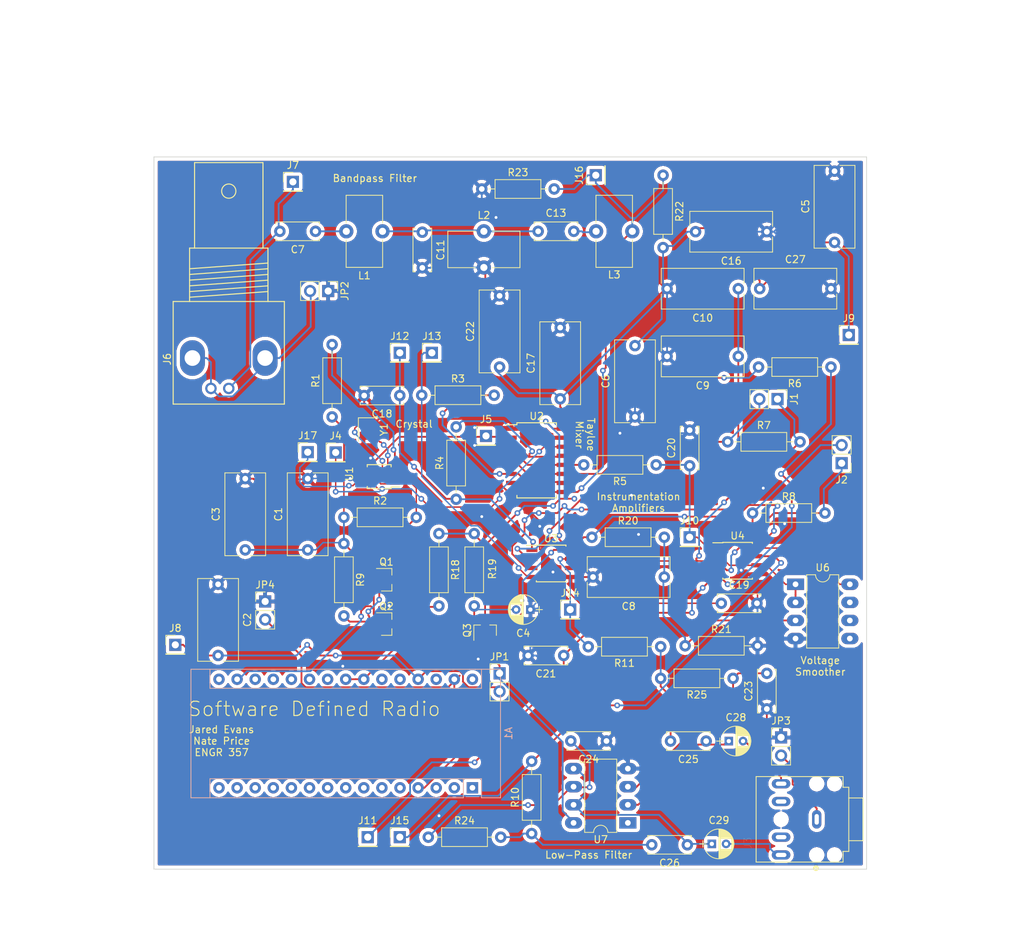
<source format=kicad_pcb>
(kicad_pcb (version 20171130) (host pcbnew "(5.1.2)-1")
  (title_block (title "SDR Receiver") (date 2021-04-29) (rev v.1.1) (company "Walla Walla University") (comment 1 "Rob Frohne") (comment 2 "ENGR 357") (comment 3 "Jared Evans & Nate Price"))
  (layers (0 F.Cu signal) (31 B.Cu signal) (34 B.Paste user) (35 F.Paste user) (36 B.SilkS user) (37 F.SilkS user) (38 B.Mask user) (39 F.Mask user) (44 Edge.Cuts user))
  (net 0 "")
  (net 1 "Net-(A1-Pad16)")
  (net 2 "Net-(A1-Pad15)")
  (net 3 "Net-(A1-Pad30)")
  (net 4 "Net-(A1-Pad14)")
  (net 5 "Net-(A1-Pad29)")
  (net 6 "Net-(A1-Pad13)")
  (net 7 "Net-(A1-Pad28)")
  (net 8 "Net-(A1-Pad12)")
  (net 9 +5V)
  (net 10 "Net-(A1-Pad11)")
  (net 11 "Net-(A1-Pad26)")
  (net 12 "Net-(A1-Pad10)")
  (net 13 "Net-(A1-Pad25)")
  (net 14 "Net-(A1-Pad9)")
  (net 15 /SCL_5V)
  (net 16 "Net-(A1-Pad8)")
  (net 17 "Net-(A1-Pad7)")
  (net 18 "Net-(A1-Pad22)")
  (net 19 "Net-(A1-Pad6)")
  (net 20 "Net-(A1-Pad21)")
  (net 21 "Net-(A1-Pad5)")
  (net 22 "Net-(A1-Pad20)")
  (net 23 "Net-(A1-Pad19)")
  (net 24 "Net-(A1-Pad3)")
  (net 25 "Net-(A1-Pad18)")
  (net 26 "Net-(A1-Pad2)")
  (net 27 +3V3)
  (net 28 "Net-(A1-Pad1)")
  (net 29 GND)
  (net 30 "Net-(C4-Pad2)")
  (net 31 +4.3V)
  (net 32 "Net-(C7-Pad1)")
  (net 33 "Net-(C7-Pad2)")
  (net 34 "Net-(C8-Pad1)")
  (net 35 GNDA)
  (net 36 "Net-(C11-Pad1)")
  (net 37 "Net-(C13-Pad2)")
  (net 38 "Net-(C18-Pad1)")
  (net 39 "Net-(C19-Pad1)")
  (net 40 "Net-(C20-Pad1)")
  (net 41 "Net-(C21-Pad1)")
  (net 42 "Net-(C23-Pad2)")
  (net 43 "Net-(C24-Pad2)")
  (net 44 "Net-(C25-Pad2)")
  (net 45 "Net-(C25-Pad1)")
  (net 46 "Net-(C26-Pad2)")
  (net 47 "Net-(C26-Pad1)")
  (net 48 "Net-(C28-Pad2)")
  (net 49 "Net-(C29-Pad2)")
  (net 50 "Net-(J1-Pad2)")
  (net 51 "Net-(J1-Pad1)")
  (net 52 "Net-(J2-Pad1)")
  (net 53 "Net-(J2-Pad2)")
  (net 54 /I_LO)
  (net 55 /Q_LO)
  (net 56 "Net-(J6-Pad2)")
  (net 57 "Net-(J14-Pad1)")
  (net 58 "Net-(J15-Pad1)")
  (net 59 /BP_Filter_o)
  (net 60 "Net-(J17-Pad1)")
  (net 61 /SCL_3V)
  (net 62 "Net-(R3-Pad2)")
  (net 63 "Net-(R4-Pad2)")
  (net 64 "Net-(R5-Pad2)")
  (net 65 "Net-(R6-Pad2)")
  (net 66 "Net-(U1-Pad3)")
  (net 67 "Net-(U1-Pad2)")
  (net 68 "Net-(J3-Pad11)")
  (net 69 "Net-(J3-Pad10)")
  (net 70 "Net-(J3-Pad1)")
  (module Resistors_THT:R_Axial_DIN0207_L6.3mm_D2.5mm_P10.16mm_Horizontal (layer F.Cu) (at 90 89 90)
    (fp_text reference R1 (at 5.08 -2.31 90) (layer F.SilkS))
    (fp_text value 1k)
    (pad 1 thru_hole circle (at 0 0 90) (size 1.6 1.6) (drill 0.8) (layers *.Cu *.Mask) (net 27 +3V3))
    (pad 2 thru_hole oval (at 10.16 0 90) (size 1.6 1.6) (drill 0.8) (layers *.Cu *.Mask) (net 61 /SCL_3V))
  )
  (module Resistors_THT:R_Axial_DIN0207_L6.3mm_D2.5mm_P10.16mm_Horizontal (layer F.Cu) (at 111 57)
    (fp_text reference R23 (at 5.08 -2.31) (layer F.SilkS))
    (fp_text value 10k)
    (pad 1 thru_hole circle (at 0 0) (size 1.6 1.6) (drill 0.8) (layers *.Cu *.Mask) (net 29 GND))
    (pad 2 thru_hole oval (at 10.16 0) (size 1.6 1.6) (drill 0.8) (layers *.Cu *.Mask) (net 59 /BP_Filter_o))
  )
  (module Connectors_TE-Connectivity:BNC_Socket_TYCO-AMP (layer F.Cu) (at 75.5 80)
    (fp_text reference J6 (at -8.636 0.889 270) (layer F.SilkS))
    (fp_text value Conn_Coaxial)
    (pad 2 thru_hole circle (at -2.49936 5.00126) (size 1.6002 1.6002) (drill 1.00076) (layers *.Cu *.Mask) (net 56 "Net-(J6-Pad2)"))
    (pad 1 thru_hole circle (at 0 5.00126) (size 1.6002 1.6002) (drill 1.00076) (layers *.Cu *.Mask) (net 33 "Net-(C7-Pad2)"))
    (pad 2 thru_hole oval (at 5.10032 0.7366) (size 3.50012 5.00126) (drill 2.19964) (layers *.Cu *.Mask) (net 56 "Net-(J6-Pad2)"))
    (pad 2 thru_hole oval (at -5.09778 0.7366) (size 3.50012 5.00126) (drill 2.19964) (layers *.Cu *.Mask) (net 56 "Net-(J6-Pad2)"))
  )
  (module Modules:Arduino_Nano (layer B.Cu) (at 109.689 141.073 90)
    (fp_text reference A1 (at 7.62 5.08 -90) (layer B.SilkS) (effects (justify mirror)))
    (fp_text value Arduino_Nano_v3.x)
    (pad 16 thru_hole oval (at 15.24 -35.56 90) (size 1.6 1.6) (drill 0.8) (layers *.Cu *.Mask) (net 1 "Net-(A1-Pad16)"))
    (pad 15 thru_hole oval (at 0 -35.56 90) (size 1.6 1.6) (drill 0.8) (layers *.Cu *.Mask) (net 2 "Net-(A1-Pad15)"))
    (pad 30 thru_hole oval (at 15.24 0 90) (size 1.6 1.6) (drill 0.8) (layers *.Cu *.Mask) (net 3 "Net-(A1-Pad30)"))
    (pad 14 thru_hole oval (at 0 -33.02 90) (size 1.6 1.6) (drill 0.8) (layers *.Cu *.Mask) (net 4 "Net-(A1-Pad14)"))
    (pad 29 thru_hole oval (at 15.24 -2.54 90) (size 1.6 1.6) (drill 0.8) (layers *.Cu *.Mask) (net 5 "Net-(A1-Pad29)"))
    (pad 13 thru_hole oval (at 0 -30.48 90) (size 1.6 1.6) (drill 0.8) (layers *.Cu *.Mask) (net 6 "Net-(A1-Pad13)"))
    (pad 28 thru_hole oval (at 15.24 -5.08 90) (size 1.6 1.6) (drill 0.8) (layers *.Cu *.Mask) (net 7 "Net-(A1-Pad28)"))
    (pad 12 thru_hole oval (at 0 -27.94 90) (size 1.6 1.6) (drill 0.8) (layers *.Cu *.Mask) (net 8 "Net-(A1-Pad12)"))
    (pad 27 thru_hole oval (at 15.24 -7.62 90) (size 1.6 1.6) (drill 0.8) (layers *.Cu *.Mask) (net 9 +5V))
    (pad 11 thru_hole oval (at 0 -25.4 90) (size 1.6 1.6) (drill 0.8) (layers *.Cu *.Mask) (net 10 "Net-(A1-Pad11)"))
    (pad 26 thru_hole oval (at 15.24 -10.16 90) (size 1.6 1.6) (drill 0.8) (layers *.Cu *.Mask) (net 11 "Net-(A1-Pad26)"))
    (pad 10 thru_hole oval (at 0 -22.86 90) (size 1.6 1.6) (drill 0.8) (layers *.Cu *.Mask) (net 12 "Net-(A1-Pad10)"))
    (pad 25 thru_hole oval (at 15.24 -12.7 90) (size 1.6 1.6) (drill 0.8) (layers *.Cu *.Mask) (net 13 "Net-(A1-Pad25)"))
    (pad 9 thru_hole oval (at 0 -20.32 90) (size 1.6 1.6) (drill 0.8) (layers *.Cu *.Mask) (net 14 "Net-(A1-Pad9)"))
    (pad 24 thru_hole oval (at 15.24 -15.24 90) (size 1.6 1.6) (drill 0.8) (layers *.Cu *.Mask) (net 15 /SCL_5V))
    (pad 8 thru_hole oval (at 0 -17.78 90) (size 1.6 1.6) (drill 0.8) (layers *.Cu *.Mask) (net 16 "Net-(A1-Pad8)"))
    (pad 23 thru_hole oval (at 15.24 -17.78 90) (size 1.6 1.6) (drill 0.8) (layers *.Cu *.Mask) (net 15 /SCL_5V))
    (pad 7 thru_hole oval (at 0 -15.24 90) (size 1.6 1.6) (drill 0.8) (layers *.Cu *.Mask) (net 17 "Net-(A1-Pad7)"))
    (pad 22 thru_hole oval (at 15.24 -20.32 90) (size 1.6 1.6) (drill 0.8) (layers *.Cu *.Mask) (net 18 "Net-(A1-Pad22)"))
    (pad 6 thru_hole oval (at 0 -12.7 90) (size 1.6 1.6) (drill 0.8) (layers *.Cu *.Mask) (net 19 "Net-(A1-Pad6)"))
    (pad 21 thru_hole oval (at 15.24 -22.86 90) (size 1.6 1.6) (drill 0.8) (layers *.Cu *.Mask) (net 20 "Net-(A1-Pad21)"))
    (pad 5 thru_hole oval (at 0 -10.16 90) (size 1.6 1.6) (drill 0.8) (layers *.Cu *.Mask) (net 21 "Net-(A1-Pad5)"))
    (pad 20 thru_hole oval (at 15.24 -25.4 90) (size 1.6 1.6) (drill 0.8) (layers *.Cu *.Mask) (net 22 "Net-(A1-Pad20)"))
    (pad 4 thru_hole oval (at 0 -7.62 90) (size 1.6 1.6) (drill 0.8) (layers *.Cu *.Mask) (net 5 "Net-(A1-Pad29)"))
    (pad 19 thru_hole oval (at 15.24 -27.94 90) (size 1.6 1.6) (drill 0.8) (layers *.Cu *.Mask) (net 23 "Net-(A1-Pad19)"))
    (pad 3 thru_hole oval (at 0 -5.08 90) (size 1.6 1.6) (drill 0.8) (layers *.Cu *.Mask) (net 24 "Net-(A1-Pad3)"))
    (pad 18 thru_hole oval (at 15.24 -30.48 90) (size 1.6 1.6) (drill 0.8) (layers *.Cu *.Mask) (net 25 "Net-(A1-Pad18)"))
    (pad 2 thru_hole oval (at 0 -2.54 90) (size 1.6 1.6) (drill 0.8) (layers *.Cu *.Mask) (net 26 "Net-(A1-Pad2)"))
    (pad 17 thru_hole oval (at 15.24 -33.02 90) (size 1.6 1.6) (drill 0.8) (layers *.Cu *.Mask) (net 27 +3V3))
    (pad 1 thru_hole rect (at 0 0 90) (size 1.6 1.6) (drill 0.8) (layers *.Cu *.Mask) (net 28 "Net-(A1-Pad1)"))
  )
  (module Capacitors_THT:C_Rect_L11.5mm_W5.6mm_P10.00mm_MKT (layer F.Cu) (at 86.575 107.672 90)
    (fp_text reference C1 (at 5 -4.11 90) (layer F.SilkS))
    (fp_text value .1u)
    (pad 2 thru_hole circle (at 10 0 90) (size 1.6 1.6) (drill 0.8) (layers *.Cu *.Mask) (net 29 GND))
    (pad 1 thru_hole circle (at 0 0 90) (size 1.6 1.6) (drill 0.8) (layers *.Cu *.Mask) (net 27 +3V3))
  )
  (module Capacitors_THT:C_Rect_L11.5mm_W5.6mm_P10.00mm_MKT (layer F.Cu) (at 74 112.5 270)
    (fp_text reference C2 (at 5 -4.11 90) (layer F.SilkS))
    (fp_text value .1u)
    (pad 1 thru_hole circle (at 0 0 270) (size 1.6 1.6) (drill 0.8) (layers *.Cu *.Mask) (net 29 GND))
    (pad 2 thru_hole circle (at 10 0 270) (size 1.6 1.6) (drill 0.8) (layers *.Cu *.Mask) (net 9 +5V))
  )
  (module Capacitors_THT:C_Rect_L11.5mm_W5.6mm_P10.00mm_MKT (layer F.Cu) (at 77.812 107.672 90)
    (fp_text reference C3 (at 5 -4.11 90) (layer F.SilkS))
    (fp_text value .1u)
    (pad 1 thru_hole circle (at 0 0 90) (size 1.6 1.6) (drill 0.8) (layers *.Cu *.Mask) (net 27 +3V3))
    (pad 2 thru_hole circle (at 10 0 90) (size 1.6 1.6) (drill 0.8) (layers *.Cu *.Mask) (net 29 GND))
  )
  (module Capacitors_THT:CP_Radial_D4.0mm_P2.00mm (layer F.Cu) (at 117.817 116.054 180)
    (fp_text reference C4 (at 1 -3.31) (layer F.SilkS))
    (fp_text value 10u)
    (pad 2 thru_hole circle (at 2 0 180) (size 1.2 1.2) (drill 0.6) (layers *.Cu *.Mask) (net 30 "Net-(C4-Pad2)"))
    (pad 1 thru_hole rect (at 0 0 180) (size 1.2 1.2) (drill 0.6) (layers *.Cu *.Mask) (net 29 GND))
  )
  (module Capacitors_THT:C_Rect_L11.5mm_W5.6mm_P10.00mm_MKT (layer F.Cu) (at 160.5 54.5 270)
    (fp_text reference C5 (at 4.953 4.064 90) (layer F.SilkS))
    (fp_text value .1u)
    (pad 1 thru_hole circle (at 0 0 270) (size 1.6 1.6) (drill 0.8) (layers *.Cu *.Mask) (net 29 GND))
    (pad 2 thru_hole circle (at 10 0 270) (size 1.6 1.6) (drill 0.8) (layers *.Cu *.Mask) (net 31 +4.3V))
  )
  (module Capacitors_THT:C_Rect_L11.5mm_W5.6mm_P10.00mm_MKT (layer F.Cu) (at 132.5 89 90)
    (fp_text reference C6 (at 5 -4.11 90) (layer F.SilkS))
    (fp_text value .1u)
    (pad 2 thru_hole circle (at 10 0 90) (size 1.6 1.6) (drill 0.8) (layers *.Cu *.Mask) (net 31 +4.3V))
    (pad 1 thru_hole circle (at 0 0 90) (size 1.6 1.6) (drill 0.8) (layers *.Cu *.Mask) (net 29 GND))
  )
  (module Capacitors_THT:C_Disc_D6.0mm_W2.5mm_P5.00mm (layer F.Cu) (at 87.673 62.944 180)
    (fp_text reference C7 (at 2.5 -2.56) (layer F.SilkS))
    (fp_text value 120pF)
    (pad 2 thru_hole circle (at 5 0 180) (size 1.6 1.6) (drill 0.8) (layers *.Cu *.Mask) (net 33 "Net-(C7-Pad2)"))
    (pad 1 thru_hole circle (at 0 0 180) (size 1.6 1.6) (drill 0.8) (layers *.Cu *.Mask) (net 32 "Net-(C7-Pad1)"))
  )
  (module Capacitors_THT:C_Rect_L11.5mm_W5.6mm_P10.00mm_MKT (layer F.Cu) (at 136.613 111.482 180)
    (fp_text reference C8 (at 5 -4.11) (layer F.SilkS))
    (fp_text value .1u)
    (pad 1 thru_hole circle (at 0 0 180) (size 1.6 1.6) (drill 0.8) (layers *.Cu *.Mask) (net 34 "Net-(C8-Pad1)"))
    (pad 2 thru_hole circle (at 10 0 180) (size 1.6 1.6) (drill 0.8) (layers *.Cu *.Mask) (net 29 GND))
  )
  (module Capacitors_THT:C_Rect_L11.5mm_W5.6mm_P10.00mm_MKT (layer F.Cu) (at 147 80.5 180)
    (fp_text reference C9 (at 5 -4.11) (layer F.SilkS))
    (fp_text value .1uF)
    (pad 2 thru_hole circle (at 10 0 180) (size 1.6 1.6) (drill 0.8) (layers *.Cu *.Mask) (net 29 GND))
    (pad 1 thru_hole circle (at 0 0 180) (size 1.6 1.6) (drill 0.8) (layers *.Cu *.Mask) (net 35 GNDA))
  )
  (module Capacitors_THT:C_Rect_L11.5mm_W5.6mm_P10.00mm_MKT (layer F.Cu) (at 147 71 180)
    (fp_text reference C10 (at 5 -4.11) (layer F.SilkS))
    (fp_text value .1uF)
    (pad 2 thru_hole circle (at 10 0 180) (size 1.6 1.6) (drill 0.8) (layers *.Cu *.Mask) (net 29 GND))
    (pad 1 thru_hole circle (at 0 0 180) (size 1.6 1.6) (drill 0.8) (layers *.Cu *.Mask) (net 35 GNDA))
  )
  (module Capacitors_THT:C_Disc_D6.0mm_W2.5mm_P5.00mm (layer F.Cu) (at 102.659 63.071 270)
    (fp_text reference C11 (at 2.5 -2.56 90) (layer F.SilkS))
    (fp_text value 1.1nF)
    (pad 2 thru_hole circle (at 5 0 270) (size 1.6 1.6) (drill 0.8) (layers *.Cu *.Mask) (net 29 GND))
    (pad 1 thru_hole circle (at 0 0 270) (size 1.6 1.6) (drill 0.8) (layers *.Cu *.Mask) (net 36 "Net-(C11-Pad1)"))
  )
  (module Capacitors_THT:C_Disc_D6.0mm_W2.5mm_P5.00mm (layer F.Cu) (at 118.915 62.944)
    (fp_text reference C13 (at 2.5 -2.56) (layer F.SilkS))
    (fp_text value 120pF)
    (pad 1 thru_hole circle (at 0 0) (size 1.6 1.6) (drill 0.8) (layers *.Cu *.Mask) (net 36 "Net-(C11-Pad1)"))
    (pad 2 thru_hole circle (at 5 0) (size 1.6 1.6) (drill 0.8) (layers *.Cu *.Mask) (net 37 "Net-(C13-Pad2)"))
  )
  (module Capacitors_THT:C_Rect_L11.5mm_W5.6mm_P10.00mm_MKT (layer F.Cu) (at 151 63 180)
    (fp_text reference C16 (at 5 -4.11) (layer F.SilkS))
    (fp_text value .1u)
    (pad 1 thru_hole circle (at 0 0 180) (size 1.6 1.6) (drill 0.8) (layers *.Cu *.Mask) (net 29 GND))
    (pad 2 thru_hole circle (at 10 0 180) (size 1.6 1.6) (drill 0.8) (layers *.Cu *.Mask) (net 31 +4.3V))
  )
  (module Capacitors_THT:C_Rect_L11.5mm_W5.6mm_P10.00mm_MKT (layer F.Cu) (at 122.008 86.463 90)
    (fp_text reference C17 (at 5 -4.11 90) (layer F.SilkS))
    (fp_text value .1u)
    (pad 1 thru_hole circle (at 0 0 90) (size 1.6 1.6) (drill 0.8) (layers *.Cu *.Mask) (net 31 +4.3V))
    (pad 2 thru_hole circle (at 10 0 90) (size 1.6 1.6) (drill 0.8) (layers *.Cu *.Mask) (net 29 GND))
  )
  (module Capacitors_THT:C_Disc_D6.0mm_W2.5mm_P5.00mm (layer F.Cu) (at 99.5 86 180)
    (fp_text reference C18 (at 2.5 -2.56) (layer F.SilkS))
    (fp_text value 3900p)
    (pad 1 thru_hole circle (at 0 0 180) (size 1.6 1.6) (drill 0.8) (layers *.Cu *.Mask) (net 38 "Net-(C18-Pad1)"))
    (pad 2 thru_hole circle (at 5 0 180) (size 1.6 1.6) (drill 0.8) (layers *.Cu *.Mask) (net 29 GND))
  )
  (module Capacitors_THT:C_Disc_D6.0mm_W2.5mm_P5.00mm (layer F.Cu) (at 144.614 115.165)
    (fp_text reference C19 (at 2.5 -2.56) (layer F.SilkS))
    (fp_text value 3900p)
    (pad 1 thru_hole circle (at 0 0) (size 1.6 1.6) (drill 0.8) (layers *.Cu *.Mask) (net 39 "Net-(C19-Pad1)"))
    (pad 2 thru_hole circle (at 5 0) (size 1.6 1.6) (drill 0.8) (layers *.Cu *.Mask) (net 29 GND))
  )
  (module Capacitors_THT:C_Disc_D6.0mm_W2.5mm_P5.00mm (layer F.Cu) (at 140.169 95.861 90)
    (fp_text reference C20 (at 2.5 -2.56 90) (layer F.SilkS))
    (fp_text value 3900p)
    (pad 1 thru_hole circle (at 0 0 90) (size 1.6 1.6) (drill 0.8) (layers *.Cu *.Mask) (net 40 "Net-(C20-Pad1)"))
    (pad 2 thru_hole circle (at 5 0 90) (size 1.6 1.6) (drill 0.8) (layers *.Cu *.Mask) (net 29 GND))
  )
  (module Capacitors_THT:C_Disc_D6.0mm_W2.5mm_P5.00mm (layer F.Cu) (at 122.5 122.5 180)
    (fp_text reference C21 (at 2.5 -2.56) (layer F.SilkS))
    (fp_text value 3900p)
    (pad 2 thru_hole circle (at 5 0 180) (size 1.6 1.6) (drill 0.8) (layers *.Cu *.Mask) (net 29 GND))
    (pad 1 thru_hole circle (at 0 0 180) (size 1.6 1.6) (drill 0.8) (layers *.Cu *.Mask) (net 41 "Net-(C21-Pad1)"))
  )
  (module Capacitors_THT:C_Rect_L11.5mm_W5.6mm_P10.00mm_MKT (layer F.Cu) (at 113.5 82 90)
    (fp_text reference C22 (at 5 -4.11 90) (layer F.SilkS))
    (fp_text value .1uF)
    (pad 2 thru_hole circle (at 10 0 90) (size 1.6 1.6) (drill 0.8) (layers *.Cu *.Mask) (net 29 GND))
    (pad 1 thru_hole circle (at 0 0 90) (size 1.6 1.6) (drill 0.8) (layers *.Cu *.Mask) (net 31 +4.3V))
  )
  (module Capacitors_THT:C_Disc_D6.0mm_W2.5mm_P5.00mm (layer F.Cu) (at 151 130 90)
    (fp_text reference C23 (at 2.5 -2.56 90) (layer F.SilkS))
    (fp_text value 100pF)
    (pad 2 thru_hole circle (at 5 0 90) (size 1.6 1.6) (drill 0.8) (layers *.Cu *.Mask) (net 42 "Net-(C23-Pad2)"))
    (pad 1 thru_hole circle (at 0 0 90) (size 1.6 1.6) (drill 0.8) (layers *.Cu *.Mask) (net 29 GND))
  )
  (module Capacitors_THT:C_Disc_D6.0mm_W2.5mm_P5.00mm (layer F.Cu) (at 128.5 134.5 180)
    (fp_text reference C24 (at 2.5 -2.56) (layer F.SilkS))
    (fp_text value 100pF)
    (pad 2 thru_hole circle (at 5 0 180) (size 1.6 1.6) (drill 0.8) (layers *.Cu *.Mask) (net 43 "Net-(C24-Pad2)"))
    (pad 1 thru_hole circle (at 0 0 180) (size 1.6 1.6) (drill 0.8) (layers *.Cu *.Mask) (net 29 GND))
  )
  (module Capacitors_THT:C_Disc_D6.0mm_W2.5mm_P5.00mm (layer F.Cu) (at 142.488 134.515 180)
    (fp_text reference C25 (at 2.5 -2.56) (layer F.SilkS))
    (fp_text value 100pF)
    (pad 2 thru_hole circle (at 5 0 180) (size 1.6 1.6) (drill 0.8) (layers *.Cu *.Mask) (net 44 "Net-(C25-Pad2)"))
    (pad 1 thru_hole circle (at 0 0 180) (size 1.6 1.6) (drill 0.8) (layers *.Cu *.Mask) (net 45 "Net-(C25-Pad1)"))
  )
  (module Capacitors_THT:C_Disc_D6.0mm_W2.5mm_P5.00mm (layer F.Cu) (at 139.853 149.074 180)
    (fp_text reference C26 (at 2.5 -2.56) (layer F.SilkS))
    (fp_text value 100pF)
    (pad 1 thru_hole circle (at 0 0 180) (size 1.6 1.6) (drill 0.8) (layers *.Cu *.Mask) (net 47 "Net-(C26-Pad1)"))
    (pad 2 thru_hole circle (at 5 0 180) (size 1.6 1.6) (drill 0.8) (layers *.Cu *.Mask) (net 46 "Net-(C26-Pad2)"))
  )
  (module Capacitors_THT:C_Rect_L11.5mm_W5.6mm_P10.00mm_MKT (layer F.Cu) (at 150 71)
    (fp_text reference C27 (at 5 -4.11) (layer F.SilkS))
    (fp_text value .1uF)
    (pad 2 thru_hole circle (at 10 0) (size 1.6 1.6) (drill 0.8) (layers *.Cu *.Mask) (net 29 GND))
    (pad 1 thru_hole circle (at 0 0) (size 1.6 1.6) (drill 0.8) (layers *.Cu *.Mask) (net 31 +4.3V))
  )
  (module Capacitors_THT:CP_Radial_D4.0mm_P2.00mm (layer F.Cu) (at 145.663 134.515)
    (fp_text reference C28 (at 1 -3.31) (layer F.SilkS))
    (fp_text value 10uF)
    (pad 2 thru_hole circle (at 2 0) (size 1.2 1.2) (drill 0.6) (layers *.Cu *.Mask) (net 48 "Net-(C28-Pad2)"))
    (pad 1 thru_hole rect (at 0 0) (size 1.2 1.2) (drill 0.6) (layers *.Cu *.Mask) (net 45 "Net-(C25-Pad1)"))
  )
  (module Capacitors_THT:CP_Radial_D4.0mm_P2.00mm (layer F.Cu) (at 143.282 148.947)
    (fp_text reference C29 (at 1 -3.31) (layer F.SilkS))
    (fp_text value 10uF)
    (pad 1 thru_hole rect (at 0 0) (size 1.2 1.2) (drill 0.6) (layers *.Cu *.Mask) (net 47 "Net-(C26-Pad1)"))
    (pad 2 thru_hole circle (at 2 0) (size 1.2 1.2) (drill 0.6) (layers *.Cu *.Mask) (net 49 "Net-(C29-Pad2)"))
  )
  (module Pin_Headers:Pin_Header_Straight_1x02_Pitch2.54mm (layer F.Cu) (at 152.5 86.5 270)
    (fp_text reference J1 (at 0 -2.33 90) (layer F.SilkS))
    (fp_text value Conn_01x02_Female)
    (pad 2 thru_hole oval (at 0 2.54 270) (size 1.7 1.7) (drill 1) (layers *.Cu *.Mask) (net 50 "Net-(J1-Pad2)"))
    (pad 1 thru_hole rect (at 0 0 270) (size 1.7 1.7) (drill 1) (layers *.Cu *.Mask) (net 51 "Net-(J1-Pad1)"))
  )
  (module Pin_Headers:Pin_Header_Straight_1x02_Pitch2.54mm (layer F.Cu) (at 161.5 95.5 180)
    (fp_text reference J2 (at 0 -2.33) (layer F.SilkS))
    (fp_text value Conn_01x02_Female)
    (pad 1 thru_hole rect (at 0 0 180) (size 1.7 1.7) (drill 1) (layers *.Cu *.Mask) (net 52 "Net-(J2-Pad1)"))
    (pad 2 thru_hole oval (at 0 2.54 180) (size 1.7 1.7) (drill 1) (layers *.Cu *.Mask) (net 53 "Net-(J2-Pad2)"))
  )
  (module SWITCHCRAFT_35RAPC4BHN2 (layer F.Cu) (at 157 145.5 90)
    (fp_text reference J3 (at -3.33784 -8.66834 90) (layer F.SilkS) (effects (font (size 1.003858 1.003858) (thickness 0.015))))
    (fp_text value 35RAPC4BHN2)
    (pad 2 thru_hole oval (at 5 -4 90) (size 1.3 2.6) (drill oval 0.6 1.5) (layers *.Cu *.Mask) (net 48 "Net-(C28-Pad2)"))
    (pad 3 thru_hole oval (at -5 -4 90) (size 1.3 2.6) (drill oval 0.6 1.5) (layers *.Cu *.Mask) (net 49 "Net-(C29-Pad2)"))
    (pad 11 thru_hole oval (at -2.5 -4 90) (size 1.3 2.6) (drill oval 0.6 1.5) (layers *.Cu *.Mask) (net 68 "Net-(J3-Pad11)"))
    (pad 10 thru_hole oval (at 2.5 -4 90) (size 1.3 2.6) (drill oval 0.6 1.5) (layers *.Cu *.Mask) (net 69 "Net-(J3-Pad10)"))
    (pad 1 thru_hole oval (at 0 1 90) (size 2.6 1.3) (drill oval 1.5 0.6) (layers *.Cu *.Mask) (net 70 "Net-(J3-Pad1)"))
    (pad None np_thru_hole circle (at 0 -4 90) (size 1.2 1.2) (drill 1.2) (layers *.Cu *.Mask))
    (pad None np_thru_hole circle (at -5 1 90) (size 1.2 1.2) (drill 1.2) (layers *.Cu *.Mask))
    (pad None np_thru_hole circle (at -5 3.5 90) (size 1.2 1.2) (drill 1.2) (layers *.Cu *.Mask))
    (pad None np_thru_hole circle (at 5 1 90) (size 1.2 1.2) (drill 1.2) (layers *.Cu *.Mask))
    (pad None np_thru_hole circle (at 5 3.5 90) (size 1.2 1.2) (drill 1.2) (layers *.Cu *.Mask))
  )
  (module Pin_Headers:Pin_Header_Straight_1x01_Pitch2.54mm (layer F.Cu) (at 90.5 94)
    (fp_text reference J4 (at 0 -2.33) (layer F.SilkS))
    (fp_text value IQ_SDR-rescue_Conn_01x01-Connector_Generic-IQ_SDR-rescue)
    (pad 1 thru_hole rect (at 0 0) (size 1.7 1.7) (drill 1) (layers *.Cu *.Mask) (net 54 /I_LO))
  )
  (module Pin_Headers:Pin_Header_Straight_1x01_Pitch2.54mm (layer F.Cu) (at 111.594 91.67)
    (fp_text reference J5 (at 0 -2.33) (layer F.SilkS))
    (fp_text value IQ_SDR-rescue_Conn_01x01-Connector_Generic-IQ_SDR-rescue)
    (pad 1 thru_hole rect (at 0 0) (size 1.7 1.7) (drill 1) (layers *.Cu *.Mask) (net 55 /Q_LO))
  )
  (module Pin_Headers:Pin_Header_Straight_1x01_Pitch2.54mm (layer F.Cu) (at 84.5 56)
    (fp_text reference J7 (at 0 -2.33) (layer F.SilkS))
    (fp_text value IQ_SDR-rescue_Conn_01x01-Connector_Generic-IQ_SDR-rescue)
    (pad 1 thru_hole rect (at 0 0) (size 1.7 1.7) (drill 1) (layers *.Cu *.Mask) (net 33 "Net-(C7-Pad2)"))
  )
  (module Pin_Headers:Pin_Header_Straight_1x01_Pitch2.54mm (layer F.Cu) (at 68 121)
    (fp_text reference J8 (at 0 -2.33) (layer F.SilkS))
    (fp_text value IQ_SDR-rescue_Conn_01x01-Connector_Generic-IQ_SDR-rescue)
    (pad 1 thru_hole rect (at 0 0) (size 1.7 1.7) (drill 1) (layers *.Cu *.Mask) (net 9 +5V))
  )
  (module Pin_Headers:Pin_Header_Straight_1x01_Pitch2.54mm (layer F.Cu) (at 162.5 77.5)
    (fp_text reference J9 (at 0 -2.33) (layer F.SilkS))
    (fp_text value IQ_SDR-rescue_Conn_01x01-Connector_Generic-IQ_SDR-rescue)
    (pad 1 thru_hole rect (at 0 0) (size 1.7 1.7) (drill 1) (layers *.Cu *.Mask) (net 31 +4.3V))
  )
  (module Pin_Headers:Pin_Header_Straight_1x01_Pitch2.54mm (layer F.Cu) (at 140.169 105.894)
    (fp_text reference J10 (at 0 -2.33) (layer F.SilkS))
    (fp_text value IQ_SDR-rescue_Conn_01x01-Connector_Generic-IQ_SDR-rescue)
    (pad 1 thru_hole rect (at 0 0) (size 1.7 1.7) (drill 1) (layers *.Cu *.Mask) (net 40 "Net-(C20-Pad1)"))
  )
  (module Pin_Headers:Pin_Header_Straight_1x01_Pitch2.54mm (layer F.Cu) (at 95 148)
    (fp_text reference J11 (at 0 -2.33) (layer F.SilkS))
    (fp_text value IQ_SDR-rescue_Conn_01x01-Connector_Generic-IQ_SDR-rescue)
    (pad 1 thru_hole rect (at 0 0) (size 1.7 1.7) (drill 1) (layers *.Cu *.Mask) (net 41 "Net-(C21-Pad1)"))
  )
  (module Pin_Headers:Pin_Header_Straight_1x01_Pitch2.54mm (layer F.Cu) (at 99.5 80)
    (fp_text reference J12 (at 0 -2.33) (layer F.SilkS))
    (fp_text value IQ_SDR-rescue_Conn_01x01-Connector_Generic-IQ_SDR-rescue)
    (pad 1 thru_hole rect (at 0 0) (size 1.7 1.7) (drill 1) (layers *.Cu *.Mask) (net 38 "Net-(C18-Pad1)"))
  )
  (module Pin_Headers:Pin_Header_Straight_1x01_Pitch2.54mm (layer F.Cu) (at 104 80)
    (fp_text reference J13 (at 0 -2.33) (layer F.SilkS))
    (fp_text value IQ_SDR-rescue_Conn_01x01-Connector_Generic-IQ_SDR-rescue)
    (pad 1 thru_hole rect (at 0 0) (size 1.7 1.7) (drill 1) (layers *.Cu *.Mask) (net 39 "Net-(C19-Pad1)"))
  )
  (module Pin_Headers:Pin_Header_Straight_1x01_Pitch2.54mm (layer F.Cu) (at 123.405 116.054)
    (fp_text reference J14 (at 0 -2.33) (layer F.SilkS))
    (fp_text value IQ_SDR-rescue_Conn_01x01-Connector_Generic-IQ_SDR-rescue)
    (pad 1 thru_hole rect (at 0 0) (size 1.7 1.7) (drill 1) (layers *.Cu *.Mask) (net 57 "Net-(J14-Pad1)"))
  )
  (module Pin_Headers:Pin_Header_Straight_1x01_Pitch2.54mm (layer F.Cu) (at 99.5 148)
    (fp_text reference J15 (at 0 -2.33) (layer F.SilkS))
    (fp_text value IQ_SDR-rescue_Conn_01x01-Connector_Generic-IQ_SDR-rescue)
    (pad 1 thru_hole rect (at 0 0) (size 1.7 1.7) (drill 1) (layers *.Cu *.Mask) (net 58 "Net-(J15-Pad1)"))
  )
  (module Pin_Headers:Pin_Header_Straight_1x01_Pitch2.54mm (layer F.Cu) (at 127 55.07 90)
    (fp_text reference J16 (at 0 -2.33 90) (layer F.SilkS))
    (fp_text value IQ_SDR-rescue_Conn_01x01-Connector_Generic-IQ_SDR-rescue)
    (pad 1 thru_hole rect (at 0 0 90) (size 1.7 1.7) (drill 1) (layers *.Cu *.Mask) (net 59 /BP_Filter_o))
  )
  (module Pin_Headers:Pin_Header_Straight_1x01_Pitch2.54mm (layer F.Cu) (at 86.575 93.956)
    (fp_text reference J17 (at 0 -2.33) (layer F.SilkS))
    (fp_text value IQ_SDR-rescue_Conn_01x01-Connector_Generic-IQ_SDR-rescue)
    (pad 1 thru_hole rect (at 0 0) (size 1.7 1.7) (drill 1) (layers *.Cu *.Mask) (net 60 "Net-(J17-Pad1)"))
  )
  (module Pin_Headers:Pin_Header_Straight_1x02_Pitch2.54mm (layer F.Cu) (at 113.5 125)
    (fp_text reference JP1 (at 0 -2.33) (layer F.SilkS))
    (fp_text value Jumper_NC_Small-Device)
    (pad 2 thru_hole oval (at 0 2.54) (size 1.7 1.7) (drill 1) (layers *.Cu *.Mask) (net 9 +5V))
    (pad 1 thru_hole rect (at 0 0) (size 1.7 1.7) (drill 1) (layers *.Cu *.Mask) (net 31 +4.3V))
  )
  (module Pin_Headers:Pin_Header_Straight_1x02_Pitch2.54mm (layer F.Cu) (at 89.451 71.326 270)
    (fp_text reference JP2 (at 0 -2.33 90) (layer F.SilkS))
    (fp_text value Jumper_NC_Small)
    (pad 1 thru_hole rect (at 0 0 270) (size 1.7 1.7) (drill 1) (layers *.Cu *.Mask) (net 29 GND))
    (pad 2 thru_hole oval (at 0 2.54 270) (size 1.7 1.7) (drill 1) (layers *.Cu *.Mask) (net 56 "Net-(J6-Pad2)"))
  )
  (module Pin_Headers:Pin_Header_Straight_1x02_Pitch2.54mm (layer F.Cu) (at 153 134)
    (fp_text reference JP3 (at 0 -2.33) (layer F.SilkS))
    (fp_text value Jumper_NC_Small-Device)
    (pad 2 thru_hole oval (at 0 2.54) (size 1.7 1.7) (drill 1) (layers *.Cu *.Mask) (net 70 "Net-(J3-Pad1)"))
    (pad 1 thru_hole rect (at 0 0) (size 1.7 1.7) (drill 1) (layers *.Cu *.Mask) (net 29 GND))
  )
  (module Pin_Headers:Pin_Header_Straight_1x02_Pitch2.54mm (layer F.Cu) (at 80.606 114.911)
    (fp_text reference JP4 (at 0 -2.33) (layer F.SilkS))
    (fp_text value Jumper_NC_Small-Device)
    (pad 1 thru_hole rect (at 0 0) (size 1.7 1.7) (drill 1) (layers *.Cu *.Mask) (net 29 GND))
    (pad 2 thru_hole oval (at 0 2.54) (size 1.7 1.7) (drill 1) (layers *.Cu *.Mask) (net 5 "Net-(A1-Pad29)"))
  )
  (module Inductors_THT:L_Toroid_Vertical_L10.0mm_W5.0mm_P5.08mm (layer F.Cu) (at 91.991 62.944 90)
    (fp_text reference L1 (at -6.223 2.54 180) (layer F.SilkS))
    (fp_text value 1.3uH)
    (pad 2 thru_hole circle (at 0 5.08 90) (size 2 2) (drill 1) (layers *.Cu *.Mask) (net 36 "Net-(C11-Pad1)"))
    (pad 1 thru_hole circle (at 0 0 90) (size 2 2) (drill 1) (layers *.Cu *.Mask) (net 32 "Net-(C7-Pad1)"))
  )
  (module Inductors_THT:L_Toroid_Vertical_L10.0mm_W5.0mm_P5.08mm (layer F.Cu) (at 111.295 62.944)
    (fp_text reference L2 (at 0 -2.25) (layer F.SilkS))
    (fp_text value 150nH)
    (pad 1 thru_hole circle (at 0 0) (size 2 2) (drill 1) (layers *.Cu *.Mask) (net 36 "Net-(C11-Pad1)"))
    (pad 2 thru_hole circle (at 0 5.08) (size 2 2) (drill 1) (layers *.Cu *.Mask) (net 29 GND))
  )
  (module Inductors_THT:L_Toroid_Vertical_L10.0mm_W5.0mm_P5.08mm (layer F.Cu) (at 127.043 62.944 90)
    (fp_text reference L3 (at -6.096 2.54 180) (layer F.SilkS))
    (fp_text value 1.3uH)
    (pad 2 thru_hole circle (at 0 5.08 90) (size 2 2) (drill 1) (layers *.Cu *.Mask) (net 59 /BP_Filter_o))
    (pad 1 thru_hole circle (at 0 0 90) (size 2 2) (drill 1) (layers *.Cu *.Mask) (net 37 "Net-(C13-Pad2)"))
  )
  (module TO_SOT_Packages_SMD:SOT-23 (layer F.Cu) (at 97.624 111.863)
    (fp_text reference Q1 (at 0 -2.5) (layer F.SilkS))
    (fp_text value BSS138)
    (pad 1 smd rect (at -1 -0.95) (size 0.9 0.8) (layers F.Cu F.Paste F.Mask) (net 27 +3V3))
    (pad 2 smd rect (at -1 0.95) (size 0.9 0.8) (layers F.Cu F.Paste F.Mask) (net 61 /SCL_3V))
    (pad 3 smd rect (at 1 0) (size 0.9 0.8) (layers F.Cu F.Paste F.Mask) (net 15 /SCL_5V))
  )
  (module TO_SOT_Packages_SMD:SOT-23 (layer F.Cu) (at 97.624 118.086)
    (fp_text reference Q2 (at 0 -2.5) (layer F.SilkS))
    (fp_text value BSS138)
    (pad 3 smd rect (at 1 0) (size 0.9 0.8) (layers F.Cu F.Paste F.Mask) (net 15 /SCL_5V))
    (pad 2 smd rect (at -1 0.95) (size 0.9 0.8) (layers F.Cu F.Paste F.Mask) (net 61 /SCL_3V))
    (pad 1 smd rect (at -1 -0.95) (size 0.9 0.8) (layers F.Cu F.Paste F.Mask) (net 27 +3V3))
  )
  (module TO_SOT_Packages_SMD:SOT-23 (layer F.Cu) (at 111.467 118.975 90)
    (fp_text reference Q3 (at 0 -2.5 90) (layer F.SilkS))
    (fp_text value MMBT2222A-MMBT2222A)
    (pad 3 smd rect (at 1 0 90) (size 0.9 0.8) (layers F.Cu F.Paste F.Mask) (net 9 +5V))
    (pad 2 smd rect (at -1 0.95 90) (size 0.9 0.8) (layers F.Cu F.Paste F.Mask) (net 31 +4.3V))
    (pad 1 smd rect (at -1 -0.95 90) (size 0.9 0.8) (layers F.Cu F.Paste F.Mask) (net 30 "Net-(C4-Pad2)"))
  )
  (module Resistors_THT:R_Axial_DIN0207_L6.3mm_D2.5mm_P10.16mm_Horizontal (layer F.Cu) (at 91.655 103.1)
    (fp_text reference R2 (at 5.08 -2.31) (layer F.SilkS))
    (fp_text value 1k)
    (pad 2 thru_hole oval (at 10.16 0) (size 1.6 1.6) (drill 0.8) (layers *.Cu *.Mask) (net 61 /SCL_3V))
    (pad 1 thru_hole circle (at 0 0) (size 1.6 1.6) (drill 0.8) (layers *.Cu *.Mask) (net 27 +3V3))
  )
  (module Resistors_THT:R_Axial_DIN0207_L6.3mm_D2.5mm_P10.16mm_Horizontal (layer F.Cu) (at 102.577 85.955)
    (fp_text reference R3 (at 5.08 -2.31) (layer F.SilkS))
    (fp_text value 50)
    (pad 2 thru_hole oval (at 10.16 0) (size 1.6 1.6) (drill 0.8) (layers *.Cu *.Mask) (net 62 "Net-(R3-Pad2)"))
    (pad 1 thru_hole circle (at 0 0) (size 1.6 1.6) (drill 0.8) (layers *.Cu *.Mask) (net 39 "Net-(C19-Pad1)"))
  )
  (module Resistors_THT:R_Axial_DIN0207_L6.3mm_D2.5mm_P10.16mm_Horizontal (layer F.Cu) (at 107.403 100.56 90)
    (fp_text reference R4 (at 5.08 -2.31 90) (layer F.SilkS))
    (fp_text value 50)
    (pad 2 thru_hole oval (at 10.16 0 90) (size 1.6 1.6) (drill 0.8) (layers *.Cu *.Mask) (net 63 "Net-(R4-Pad2)"))
    (pad 1 thru_hole circle (at 0 0 90) (size 1.6 1.6) (drill 0.8) (layers *.Cu *.Mask) (net 38 "Net-(C18-Pad1)"))
  )
  (module Resistors_THT:R_Axial_DIN0207_L6.3mm_D2.5mm_P10.16mm_Horizontal (layer F.Cu) (at 135.47 95.734 180)
    (fp_text reference R5 (at 5.08 -2.31) (layer F.SilkS))
    (fp_text value 50)
    (pad 2 thru_hole oval (at 10.16 0 180) (size 1.6 1.6) (drill 0.8) (layers *.Cu *.Mask) (net 64 "Net-(R5-Pad2)"))
    (pad 1 thru_hole circle (at 0 0 180) (size 1.6 1.6) (drill 0.8) (layers *.Cu *.Mask) (net 40 "Net-(C20-Pad1)"))
  )
  (module Resistors_THT:R_Axial_DIN0207_L6.3mm_D2.5mm_P10.16mm_Horizontal (layer F.Cu) (at 160 82 180)
    (fp_text reference R6 (at 5.08 -2.31) (layer F.SilkS))
    (fp_text value 50)
    (pad 1 thru_hole circle (at 0 0 180) (size 1.6 1.6) (drill 0.8) (layers *.Cu *.Mask) (net 41 "Net-(C21-Pad1)"))
    (pad 2 thru_hole oval (at 10.16 0 180) (size 1.6 1.6) (drill 0.8) (layers *.Cu *.Mask) (net 65 "Net-(R6-Pad2)"))
  )
  (module Resistors_THT:R_Axial_DIN0207_L6.3mm_D2.5mm_P10.16mm_Horizontal (layer F.Cu) (at 145.5 92.5)
    (fp_text reference R7 (at 5.08 -2.31) (layer F.SilkS))
    (fp_text value 1k)
    (pad 1 thru_hole circle (at 0 0) (size 1.6 1.6) (drill 0.8) (layers *.Cu *.Mask) (net 50 "Net-(J1-Pad2)"))
    (pad 2 thru_hole oval (at 10.16 0) (size 1.6 1.6) (drill 0.8) (layers *.Cu *.Mask) (net 51 "Net-(J1-Pad1)"))
  )
  (module Resistors_THT:R_Axial_DIN0207_L6.3mm_D2.5mm_P10.16mm_Horizontal (layer F.Cu) (at 149 102.5)
    (fp_text reference R8 (at 5.08 -2.31) (layer F.SilkS))
    (fp_text value 1k)
    (pad 1 thru_hole circle (at 0 0) (size 1.6 1.6) (drill 0.8) (layers *.Cu *.Mask) (net 53 "Net-(J2-Pad2)"))
    (pad 2 thru_hole oval (at 10.16 0) (size 1.6 1.6) (drill 0.8) (layers *.Cu *.Mask) (net 52 "Net-(J2-Pad1)"))
  )
  (module Resistors_THT:R_Axial_DIN0207_L6.3mm_D2.5mm_P10.16mm_Horizontal (layer F.Cu) (at 91.655 106.783 270)
    (fp_text reference R9 (at 5.08 -2.31 90) (layer F.SilkS))
    (fp_text value 10k)
    (pad 1 thru_hole circle (at 0 0 270) (size 1.6 1.6) (drill 0.8) (layers *.Cu *.Mask) (net 27 +3V3))
    (pad 2 thru_hole oval (at 10.16 0 270) (size 1.6 1.6) (drill 0.8) (layers *.Cu *.Mask) (net 61 /SCL_3V))
  )
  (module Resistors_THT:R_Axial_DIN0207_L6.3mm_D2.5mm_P10.16mm_Horizontal (layer F.Cu) (at 118 147.5 90)
    (fp_text reference R10 (at 5.08 -2.31 90) (layer F.SilkS))
    (fp_text value 12k)
    (pad 2 thru_hole oval (at 10.16 0 90) (size 1.6 1.6) (drill 0.8) (layers *.Cu *.Mask) (net 58 "Net-(J15-Pad1)"))
    (pad 1 thru_hole circle (at 0 0 90) (size 1.6 1.6) (drill 0.8) (layers *.Cu *.Mask) (net 46 "Net-(C26-Pad2)"))
  )
  (module Resistors_THT:R_Axial_DIN0207_L6.3mm_D2.5mm_P10.16mm_Horizontal (layer F.Cu) (at 136.105 121.261 180)
    (fp_text reference R11 (at 5.08 -2.31) (layer F.SilkS))
    (fp_text value 12k)
    (pad 1 thru_hole circle (at 0 0 180) (size 1.6 1.6) (drill 0.8) (layers *.Cu *.Mask) (net 44 "Net-(C25-Pad2)"))
    (pad 2 thru_hole oval (at 10.16 0 180) (size 1.6 1.6) (drill 0.8) (layers *.Cu *.Mask) (net 57 "Net-(J14-Pad1)"))
  )
  (module Resistors_THT:R_Axial_DIN0207_L6.3mm_D2.5mm_P10.16mm_Horizontal (layer F.Cu) (at 104.99 105.386 270)
    (fp_text reference R18 (at 5.08 -2.31 90) (layer F.SilkS))
    (fp_text value 10k)
    (pad 2 thru_hole oval (at 10.16 0 270) (size 1.6 1.6) (drill 0.8) (layers *.Cu *.Mask) (net 15 /SCL_5V))
    (pad 1 thru_hole circle (at 0 0 270) (size 1.6 1.6) (drill 0.8) (layers *.Cu *.Mask) (net 9 +5V))
  )
  (module Resistors_THT:R_Axial_DIN0207_L6.3mm_D2.5mm_P10.16mm_Horizontal (layer F.Cu) (at 109.943 115.546 90)
    (fp_text reference R19 (at 5.207 2.54 90) (layer F.SilkS))
    (fp_text value 1k)
    (pad 2 thru_hole oval (at 10.16 0 90) (size 1.6 1.6) (drill 0.8) (layers *.Cu *.Mask) (net 9 +5V))
    (pad 1 thru_hole circle (at 0 0 90) (size 1.6 1.6) (drill 0.8) (layers *.Cu *.Mask) (net 30 "Net-(C4-Pad2)"))
  )
  (module Resistors_THT:R_Axial_DIN0207_L6.3mm_D2.5mm_P10.16mm_Horizontal (layer F.Cu) (at 126.453 105.894)
    (fp_text reference R20 (at 5.08 -2.31) (layer F.SilkS))
    (fp_text value 10k)
    (pad 1 thru_hole circle (at 0 0) (size 1.6 1.6) (drill 0.8) (layers *.Cu *.Mask) (net 31 +4.3V))
    (pad 2 thru_hole oval (at 10.16 0) (size 1.6 1.6) (drill 0.8) (layers *.Cu *.Mask) (net 34 "Net-(C8-Pad1)"))
  )
  (module Resistors_THT:R_Axial_DIN0207_L6.3mm_D2.5mm_P10.16mm_Horizontal (layer F.Cu) (at 139.534 121.134)
    (fp_text reference R21 (at 5.08 -2.31) (layer F.SilkS))
    (fp_text value 10k)
    (pad 2 thru_hole oval (at 10.16 0) (size 1.6 1.6) (drill 0.8) (layers *.Cu *.Mask) (net 29 GND))
    (pad 1 thru_hole circle (at 0 0) (size 1.6 1.6) (drill 0.8) (layers *.Cu *.Mask) (net 34 "Net-(C8-Pad1)"))
  )
  (module Resistors_THT:R_Axial_DIN0207_L6.3mm_D2.5mm_P10.16mm_Horizontal (layer F.Cu) (at 136.441 55.07 270)
    (fp_text reference R22 (at 5.08 -2.31 90) (layer F.SilkS))
    (fp_text value 10k)
    (pad 2 thru_hole oval (at 10.16 0 270) (size 1.6 1.6) (drill 0.8) (layers *.Cu *.Mask) (net 31 +4.3V))
    (pad 1 thru_hole circle (at 0 0 270) (size 1.6 1.6) (drill 0.8) (layers *.Cu *.Mask) (net 59 /BP_Filter_o))
  )
  (module Resistors_THT:R_Axial_DIN0207_L6.3mm_D2.5mm_P10.16mm_Horizontal (layer F.Cu) (at 103.5 148)
    (fp_text reference R24 (at 5.08 -2.31) (layer F.SilkS))
    (fp_text value 12k)
    (pad 1 thru_hole circle (at 0 0) (size 1.6 1.6) (drill 0.8) (layers *.Cu *.Mask) (net 43 "Net-(C24-Pad2)"))
    (pad 2 thru_hole oval (at 10.16 0) (size 1.6 1.6) (drill 0.8) (layers *.Cu *.Mask) (net 46 "Net-(C26-Pad2)"))
  )
  (module Resistors_THT:R_Axial_DIN0207_L6.3mm_D2.5mm_P10.16mm_Horizontal (layer F.Cu) (at 146.265 125.706 180)
    (fp_text reference R25 (at 5.08 -2.31) (layer F.SilkS))
    (fp_text value 12k)
    (pad 2 thru_hole oval (at 10.16 0 180) (size 1.6 1.6) (drill 0.8) (layers *.Cu *.Mask) (net 44 "Net-(C25-Pad2)"))
    (pad 1 thru_hole circle (at 0 0 180) (size 1.6 1.6) (drill 0.8) (layers *.Cu *.Mask) (net 42 "Net-(C23-Pad2)"))
  )
  (module Housings_SSOP:MSOP-10_3x3mm_Pitch0.5mm (layer F.Cu) (at 96.608 97.385 180)
    (fp_text reference U1 (at 4.191 0.381 90) (layer F.SilkS))
    (fp_text value Si5351A-B-GT)
    (pad 10 smd rect (at 2.2 -1 180) (size 1.4 0.3) (layers F.Cu F.Paste F.Mask) (net 60 "Net-(J17-Pad1)"))
    (pad 9 smd rect (at 2.2 -0.5 180) (size 1.4 0.3) (layers F.Cu F.Paste F.Mask) (net 54 /I_LO))
    (pad 8 smd rect (at 2.2 0 180) (size 1.4 0.3) (layers F.Cu F.Paste F.Mask) (net 29 GND))
    (pad 7 smd rect (at 2.2 0.5 180) (size 1.4 0.3) (layers F.Cu F.Paste F.Mask) (net 27 +3V3))
    (pad 6 smd rect (at 2.2 1 180) (size 1.4 0.3) (layers F.Cu F.Paste F.Mask) (net 55 /Q_LO))
    (pad 5 smd rect (at -2.2 1 180) (size 1.4 0.3) (layers F.Cu F.Paste F.Mask) (net 61 /SCL_3V))
    (pad 4 smd rect (at -2.2 0.5 180) (size 1.4 0.3) (layers F.Cu F.Paste F.Mask) (net 61 /SCL_3V))
    (pad 3 smd rect (at -2.2 0 180) (size 1.4 0.3) (layers F.Cu F.Paste F.Mask) (net 66 "Net-(U1-Pad3)"))
    (pad 2 smd rect (at -2.2 -0.5 180) (size 1.4 0.3) (layers F.Cu F.Paste F.Mask) (net 67 "Net-(U1-Pad2)"))
    (pad 1 smd rect (at -2.2 -1 180) (size 1.4 0.3) (layers F.Cu F.Paste F.Mask) (net 27 +3V3))
  )
  (module Housings_SOIC:SOIC-16W_5.3x10.2mm_Pitch1.27mm (layer F.Cu) (at 118.706 95.099)
    (fp_text reference U2 (at 0 -6.2) (layer F.SilkS))
    (fp_text value SN74CBT3253)
    (pad 16 smd rect (at 3.55 -4.445) (size 1.5 0.6) (layers F.Cu F.Paste F.Mask) (net 31 +4.3V))
    (pad 15 smd rect (at 3.55 -3.175) (size 1.5 0.6) (layers F.Cu F.Paste F.Mask) (net 29 GND))
    (pad 14 smd rect (at 3.55 -1.905) (size 1.5 0.6) (layers F.Cu F.Paste F.Mask) (net 54 /I_LO))
    (pad 13 smd rect (at 3.55 -0.635) (size 1.5 0.6) (layers F.Cu F.Paste F.Mask) (net 63 "Net-(R4-Pad2)"))
    (pad 12 smd rect (at 3.55 0.635) (size 1.5 0.6) (layers F.Cu F.Paste F.Mask) (net 64 "Net-(R5-Pad2)"))
    (pad 11 smd rect (at 3.55 1.905) (size 1.5 0.6) (layers F.Cu F.Paste F.Mask) (net 65 "Net-(R6-Pad2)"))
    (pad 10 smd rect (at 3.55 3.175) (size 1.5 0.6) (layers F.Cu F.Paste F.Mask) (net 62 "Net-(R3-Pad2)"))
    (pad 9 smd rect (at 3.55 4.445) (size 1.5 0.6) (layers F.Cu F.Paste F.Mask) (net 59 /BP_Filter_o))
    (pad 8 smd rect (at -3.55 4.445) (size 1.5 0.6) (layers F.Cu F.Paste F.Mask) (net 29 GND))
    (pad 7 smd rect (at -3.55 3.175) (size 1.5 0.6) (layers F.Cu F.Paste F.Mask) (net 59 /BP_Filter_o))
    (pad 6 smd rect (at -3.55 1.905) (size 1.5 0.6) (layers F.Cu F.Paste F.Mask) (net 62 "Net-(R3-Pad2)"))
    (pad 5 smd rect (at -3.55 0.635) (size 1.5 0.6) (layers F.Cu F.Paste F.Mask) (net 65 "Net-(R6-Pad2)"))
    (pad 4 smd rect (at -3.55 -0.635) (size 1.5 0.6) (layers F.Cu F.Paste F.Mask) (net 64 "Net-(R5-Pad2)"))
    (pad 3 smd rect (at -3.55 -1.905) (size 1.5 0.6) (layers F.Cu F.Paste F.Mask) (net 63 "Net-(R4-Pad2)"))
    (pad 2 smd rect (at -3.55 -3.175) (size 1.5 0.6) (layers F.Cu F.Paste F.Mask) (net 55 /Q_LO))
    (pad 1 smd rect (at -3.55 -4.445) (size 1.5 0.6) (layers F.Cu F.Paste F.Mask) (net 29 GND))
  )
  (module Housings_SOIC:SOIC-8_3.9x4.9mm_Pitch1.27mm (layer F.Cu) (at 120.738 109.577)
    (fp_text reference U3 (at 0 -3.5) (layer F.SilkS))
    (fp_text value INA821ID)
    (pad 8 smd rect (at 2.7 -1.905) (size 1.55 0.6) (layers F.Cu F.Paste F.Mask) (net 31 +4.3V))
    (pad 7 smd rect (at 2.7 -0.635) (size 1.55 0.6) (layers F.Cu F.Paste F.Mask) (net 57 "Net-(J14-Pad1)"))
    (pad 6 smd rect (at 2.7 0.635) (size 1.55 0.6) (layers F.Cu F.Paste F.Mask) (net 35 GNDA))
    (pad 5 smd rect (at 2.7 1.905) (size 1.55 0.6) (layers F.Cu F.Paste F.Mask) (net 29 GND))
    (pad 4 smd rect (at -2.7 1.905) (size 1.55 0.6) (layers F.Cu F.Paste F.Mask) (net 39 "Net-(C19-Pad1)"))
    (pad 3 smd rect (at -2.7 0.635) (size 1.55 0.6) (layers F.Cu F.Paste F.Mask) (net 51 "Net-(J1-Pad1)"))
    (pad 2 smd rect (at -2.7 -0.635) (size 1.55 0.6) (layers F.Cu F.Paste F.Mask) (net 50 "Net-(J1-Pad2)"))
    (pad 1 smd rect (at -2.7 -1.905) (size 1.55 0.6) (layers F.Cu F.Paste F.Mask) (net 38 "Net-(C18-Pad1)"))
  )
  (module Housings_SOIC:SOIC-8_3.9x4.9mm_Pitch1.27mm (layer F.Cu) (at 146.9 109.196)
    (fp_text reference U4 (at 0 -3.5) (layer F.SilkS))
    (fp_text value INA821ID)
    (pad 1 smd rect (at -2.7 -1.905) (size 1.55 0.6) (layers F.Cu F.Paste F.Mask) (net 40 "Net-(C20-Pad1)"))
    (pad 2 smd rect (at -2.7 -0.635) (size 1.55 0.6) (layers F.Cu F.Paste F.Mask) (net 53 "Net-(J2-Pad2)"))
    (pad 3 smd rect (at -2.7 0.635) (size 1.55 0.6) (layers F.Cu F.Paste F.Mask) (net 52 "Net-(J2-Pad1)"))
    (pad 4 smd rect (at -2.7 1.905) (size 1.55 0.6) (layers F.Cu F.Paste F.Mask) (net 41 "Net-(C21-Pad1)"))
    (pad 5 smd rect (at 2.7 1.905) (size 1.55 0.6) (layers F.Cu F.Paste F.Mask) (net 29 GND))
    (pad 6 smd rect (at 2.7 0.635) (size 1.55 0.6) (layers F.Cu F.Paste F.Mask) (net 35 GNDA))
    (pad 7 smd rect (at 2.7 -0.635) (size 1.55 0.6) (layers F.Cu F.Paste F.Mask) (net 58 "Net-(J15-Pad1)"))
    (pad 8 smd rect (at 2.7 -1.905) (size 1.55 0.6) (layers F.Cu F.Paste F.Mask) (net 31 +4.3V))
  )
  (module Housings_DIP:DIP-8_W7.62mm_LongPads (layer F.Cu) (at 155.028 112.498)
    (fp_text reference U6 (at 3.81 -2.33) (layer F.SilkS))
    (fp_text value LM4562)
    (pad 1 thru_hole rect (at 0 0) (size 2.4 1.6) (drill 0.8) (layers *.Cu *.Mask) (net 35 GNDA))
    (pad 5 thru_hole oval (at 7.62 7.62) (size 2.4 1.6) (drill 0.8) (layers *.Cu *.Mask))
    (pad 2 thru_hole oval (at 0 2.54) (size 2.4 1.6) (drill 0.8) (layers *.Cu *.Mask) (net 35 GNDA))
    (pad 6 thru_hole oval (at 7.62 5.08) (size 2.4 1.6) (drill 0.8) (layers *.Cu *.Mask))
    (pad 3 thru_hole oval (at 0 5.08) (size 2.4 1.6) (drill 0.8) (layers *.Cu *.Mask) (net 34 "Net-(C8-Pad1)"))
    (pad 7 thru_hole oval (at 7.62 2.54) (size 2.4 1.6) (drill 0.8) (layers *.Cu *.Mask))
    (pad 4 thru_hole oval (at 0 7.62) (size 2.4 1.6) (drill 0.8) (layers *.Cu *.Mask) (net 29 GND))
    (pad 8 thru_hole oval (at 7.62 0) (size 2.4 1.6) (drill 0.8) (layers *.Cu *.Mask) (net 31 +4.3V))
  )
  (module Housings_DIP:DIP-8_W7.62mm_LongPads (layer F.Cu) (at 131.5 146 180)
    (fp_text reference U7 (at 3.81 -2.33) (layer F.SilkS))
    (fp_text value LM4562)
    (pad 8 thru_hole oval (at 7.62 0 180) (size 2.4 1.6) (drill 0.8) (layers *.Cu *.Mask) (net 31 +4.3V))
    (pad 4 thru_hole oval (at 0 7.62 180) (size 2.4 1.6) (drill 0.8) (layers *.Cu *.Mask) (net 29 GND))
    (pad 7 thru_hole oval (at 7.62 2.54 180) (size 2.4 1.6) (drill 0.8) (layers *.Cu *.Mask) (net 47 "Net-(C26-Pad1)"))
    (pad 3 thru_hole oval (at 0 5.08 180) (size 2.4 1.6) (drill 0.8) (layers *.Cu *.Mask) (net 42 "Net-(C23-Pad2)"))
    (pad 6 thru_hole oval (at 7.62 5.08 180) (size 2.4 1.6) (drill 0.8) (layers *.Cu *.Mask) (net 43 "Net-(C24-Pad2)"))
    (pad 2 thru_hole oval (at 0 2.54 180) (size 2.4 1.6) (drill 0.8) (layers *.Cu *.Mask) (net 45 "Net-(C25-Pad1)"))
    (pad 5 thru_hole oval (at 7.62 7.62 180) (size 2.4 1.6) (drill 0.8) (layers *.Cu *.Mask) (net 47 "Net-(C26-Pad1)"))
    (pad 1 thru_hole rect (at 0 0 180) (size 2.4 1.6) (drill 0.8) (layers *.Cu *.Mask) (net 45 "Net-(C25-Pad1)"))
  )
  (module Crystals:Crystal_SMD_2520-4pin_2.5x2.0mm (layer F.Cu) (at 95.084 90.781 270)
    (fp_text reference Y1 (at 0 -2.2 90) (layer F.SilkS))
    (fp_text value CX3225)
    (pad 4 smd rect (at -0.875 -0.7 270) (size 1.15 1) (layers F.Cu F.Paste F.Mask) (net 29 GND))
    (pad 3 smd rect (at 0.875 -0.7 270) (size 1.15 1) (layers F.Cu F.Paste F.Mask) (net 66 "Net-(U1-Pad3)"))
    (pad 2 smd rect (at 0.875 0.7 270) (size 1.15 1) (layers F.Cu F.Paste F.Mask) (net 29 GND))
    (pad 1 smd rect (at -0.875 0.7 270) (size 1.15 1) (layers F.Cu F.Paste F.Mask) (net 67 "Net-(U1-Pad2)"))
  )
  (gr_text "Voltage\nSmoother" (at 158.5 124) (layer F.SilkS) (effects (font (size 1 1))))
  (gr_text "Instrumentation\nAmplifiers" (at 133 101) (layer F.SilkS) (effects (font (size 1 1))))
  (gr_text "Crystal\n" (at 101.5 90) (layer F.SilkS) (effects (font (size 1 1))))
  (gr_text "Low-Pass Filter\n" (at 126 150.5) (layer F.SilkS) (effects (font (size 1 1))))
  (gr_text "Bandpass Filter" (at 96 55.5) (layer F.SilkS) (effects (font (size 1 1))))
  (gr_text "Tayloe\nMixer" (at 125.5 91.5 270) (layer F.SilkS) (effects (font (size 1 1))))
  (gr_text "Jared Evans\nNate Price\nENGR 357" (at 74.5 134.5) (layer F.SilkS) (effects (font (size 1 1))))
  (gr_text "Software Defined Radio" (at 87.5 130) (layer F.SilkS) (effects (font (size 2 2))))
  (gr_line (start 165 52.5) (end 165 152.5) (layer Edge.Cuts) (width 0.1))
  (gr_line (start 65 52.5) (end 165 52.5) (layer Edge.Cuts) (width 0.1))
  (gr_line (start 65 152.5) (end 65 52.5) (layer Edge.Cuts) (width 0.1))
  (gr_line (start 165 152.5) (end 65 152.5) (layer Edge.Cuts) (width 0.1))
  (segment (start 107.149 136.867998) (end 102.943998 141.073) (width 0.25) (layer F.Cu) (net 5))
  (segment (start 107.149 125.833) (end 107.149 136.867998) (width 0.25) (layer F.Cu) (net 5))
  (segment (start 102.943998 141.073) (end 101.942 141.073) (width 0.25) (layer F.Cu) (net 5))
  (segment (start 86.288999 126.958001) (end 106.277999 126.958001) (width 0.25) (layer F.Cu) (net 5))
  (segment (start 85.703999 126.373001) (end 86.288999 126.958001) (width 0.25) (layer F.Cu) (net 5))
  (segment (start 80.606 117.451) (end 85.703999 122.548999) (width 0.25) (layer F.Cu) (net 5))
  (segment (start 85.703999 122.548999) (end 85.703999 126.373001) (width 0.25) (layer F.Cu) (net 5))
  (segment (start 106.277999 126.958001) (end 107.911 125.325) (width 0.25) (layer F.Cu) (net 5))
  (segment (start 111.467 117.975) (end 111.467 107.037) (width 0.25) (layer F.Cu) (net 9))
  (segment (start 111.467 107.037) (end 109.816 105.386) (width 0.25) (layer F.Cu) (net 9))
  (segment (start 109.943 105.386) (end 108.81163 105.386) (width 0.25) (layer B.Cu) (net 9))
  (segment (start 108.81163 105.386) (end 104.863 105.386) (width 0.25) (layer B.Cu) (net 9))
  (segment (start 107.219003 124.707999) (end 103.194001 124.707999) (width 0.25) (layer F.Cu) (net 9))
  (segment (start 111.467 117.975) (end 111.467 120.460002) (width 0.25) (layer F.Cu) (net 9))
  (segment (start 111.467 120.460002) (end 107.219003 124.707999) (width 0.25) (layer F.Cu) (net 9))
  (segment (start 103.194001 124.707999) (end 102.323 125.579) (width 0.25) (layer F.Cu) (net 9))
  (segment (start 102.323 125.579) (end 102.069 125.579) (width 0.25) (layer F.Cu) (net 9))
  (segment (start 102.069 125.579) (end 101.942 125.706) (width 0.25) (layer F.Cu) (net 9))
  (via (at 90.5 122.5) (size 0.8) (drill 0.4) (layers F.Cu B.Cu) (net 9))
  (segment (start 97.861002 122.5) (end 90.5 122.5) (width 0.25) (layer B.Cu) (net 9))
  (segment (start 102.069 125.833) (end 98.736 122.5) (width 0.25) (layer B.Cu) (net 9))
  (segment (start 98.736 122.5) (end 97.861002 122.5) (width 0.25) (layer B.Cu) (net 9))
  (via (at 86.5 121) (size 0.8) (drill 0.4) (layers F.Cu B.Cu) (net 9))
  (segment (start 90.5 122.5) (end 88 122.5) (width 0.25) (layer F.Cu) (net 9))
  (segment (start 88 122.5) (end 86.5 121) (width 0.25) (layer F.Cu) (net 9))
  (segment (start 86.5 121) (end 85 122.5) (width 0.25) (layer B.Cu) (net 9))
  (segment (start 85 122.5) (end 74 122.5) (width 0.25) (layer B.Cu) (net 9))
  (segment (start 108.361009 125.138599) (end 107.930409 124.707999) (width 0.25) (layer F.Cu) (net 9))
  (segment (start 108.361009 126.170011) (end 108.361009 125.138599) (width 0.25) (layer F.Cu) (net 9))
  (segment (start 109.148999 126.958001) (end 108.361009 126.170011) (width 0.25) (layer F.Cu) (net 9))
  (segment (start 113.5 127.54) (end 112.918001 126.958001) (width 0.25) (layer F.Cu) (net 9))
  (segment (start 112.918001 126.958001) (end 109.148999 126.958001) (width 0.25) (layer F.Cu) (net 9))
  (segment (start 107.930409 124.707999) (end 107.689001 124.707999) (width 0.25) (layer F.Cu) (net 9))
  (segment (start 107.689001 124.707999) (end 107.219003 124.707999) (width 0.25) (layer F.Cu) (net 9))
  (via (at 116 102.5) (size 0.8) (drill 0.4) (layers F.Cu B.Cu) (net 9))
  (segment (start 111.467 107.037) (end 111.467 107.033) (width 0.25) (layer F.Cu) (net 9))
  (segment (start 111.467 107.033) (end 116 102.5) (width 0.25) (layer F.Cu) (net 9))
  (via (at 121 101.5) (size 0.8) (drill 0.4) (layers F.Cu B.Cu) (net 9))
  (segment (start 116 102.5) (end 117 101.5) (width 0.25) (layer B.Cu) (net 9))
  (segment (start 117 101.5) (end 121 101.5) (width 0.25) (layer B.Cu) (net 9))
  (via (at 123.987347 100.487347) (size 0.8) (drill 0.4) (layers F.Cu B.Cu) (net 9))
  (segment (start 121 101.5) (end 122.012653 100.487347) (width 0.25) (layer F.Cu) (net 9))
  (segment (start 122.012653 100.487347) (end 123.987347 100.487347) (width 0.25) (layer F.Cu) (net 9))
  (segment (start 69.1 121) (end 70.6 122.5) (width 0.25) (layer F.Cu) (net 9))
  (segment (start 68 121) (end 69.1 121) (width 0.25) (layer F.Cu) (net 9))
  (segment (start 70.6 122.5) (end 73.5 122.5) (width 0.25) (layer F.Cu) (net 9))
  (segment (start 98.624 112.513) (end 98.767 112.656) (width 0.25) (layer F.Cu) (net 15))
  (segment (start 98.624 111.863) (end 98.624 112.513) (width 0.25) (layer F.Cu) (net 15))
  (segment (start 98.767 112.656) (end 98.767 118.086) (width 0.25) (layer F.Cu) (net 15))
  (segment (start 99.324 118.086) (end 101.737 115.673) (width 0.25) (layer F.Cu) (net 15))
  (segment (start 98.624 118.086) (end 99.324 118.086) (width 0.25) (layer F.Cu) (net 15))
  (segment (start 101.737 115.673) (end 104.99 115.673) (width 0.25) (layer F.Cu) (net 15))
  (segment (start 98.624 118.086) (end 98.624 121.658) (width 0.25) (layer F.Cu) (net 15))
  (segment (start 98.624 121.658) (end 94.449 125.833) (width 0.25) (layer F.Cu) (net 15))
  (segment (start 94.449 125.833) (end 94.449 126.087) (width 0.25) (layer F.Cu) (net 15))
  (segment (start 94.449 125.833) (end 93.31763 125.833) (width 0.25) (layer F.Cu) (net 15))
  (segment (start 93.31763 125.833) (end 91.909 125.833) (width 0.25) (layer F.Cu) (net 15))
  (segment (start 95.848999 111.638001) (end 95.848999 116.691999) (width 0.25) (layer F.Cu) (net 27))
  (segment (start 96.624 110.913) (end 96.574 110.913) (width 0.25) (layer F.Cu) (net 27))
  (segment (start 96.574 110.913) (end 95.848999 111.638001) (width 0.25) (layer F.Cu) (net 27))
  (segment (start 95.848999 116.691999) (end 96.354 117.197) (width 0.25) (layer F.Cu) (net 27))
  (segment (start 96.354 117.197) (end 96.481 117.197) (width 0.25) (layer F.Cu) (net 27))
  (segment (start 95.848999 110.976999) (end 91.528 106.656) (width 0.25) (layer F.Cu) (net 27))
  (segment (start 95.848999 111.638001) (end 95.848999 110.976999) (width 0.25) (layer F.Cu) (net 27))
  (segment (start 91.528 106.656) (end 91.401 106.656) (width 0.25) (layer F.Cu) (net 27))
  (segment (start 91.401 106.656) (end 91.655 106.656) (width 0.25) (layer F.Cu) (net 27))
  (segment (start 91.655 103.1) (end 91.655 104.23137) (width 0.25) (layer B.Cu) (net 27))
  (segment (start 91.655 104.23137) (end 91.655 106.783) (width 0.25) (layer B.Cu) (net 27))
  (segment (start 95.308 96.885) (end 96.824 98.401) (width 0.2) (layer F.Cu) (net 27))
  (segment (start 94.408 96.885) (end 95.308 96.885) (width 0.2) (layer F.Cu) (net 27))
  (segment (start 96.824 98.401) (end 98.767 98.401) (width 0.2) (layer F.Cu) (net 27))
  (via (at 94.068 117.017999) (size 0.8) (drill 0.4) (layers F.Cu B.Cu) (net 27))
  (segment (start 94.068 116.250998) (end 94.068 117.017999) (width 0.25) (layer F.Cu) (net 27))
  (segment (start 94.735999 115.582999) (end 94.068 116.250998) (width 0.25) (layer F.Cu) (net 27))
  (segment (start 95.432001 115.582999) (end 94.735999 115.582999) (width 0.25) (layer F.Cu) (net 27))
  (segment (start 95.848999 116.691999) (end 95.848999 115.999997) (width 0.25) (layer F.Cu) (net 27))
  (segment (start 95.848999 115.999997) (end 95.432001 115.582999) (width 0.25) (layer F.Cu) (net 27))
  (segment (start 86.943685 124.707999) (end 78.048001 124.707999) (width 0.25) (layer B.Cu) (net 27))
  (segment (start 94.068 117.017999) (end 94.068 117.583684) (width 0.25) (layer B.Cu) (net 27))
  (segment (start 94.068 117.583684) (end 86.943685 124.707999) (width 0.25) (layer B.Cu) (net 27))
  (segment (start 78.048001 124.707999) (end 76.923 125.833) (width 0.25) (layer B.Cu) (net 27))
  (segment (start 94.264001 96.934999) (end 92.232001 96.934999) (width 0.2) (layer F.Cu) (net 27))
  (segment (start 94.408 96.885) (end 94.314 96.885) (width 0.2) (layer F.Cu) (net 27))
  (segment (start 94.314 96.885) (end 94.264001 96.934999) (width 0.2) (layer F.Cu) (net 27))
  (segment (start 92.232001 96.934999) (end 91.655 97.512) (width 0.2) (layer F.Cu) (net 27))
  (segment (start 91.655 97.512) (end 91.655 102.973) (width 0.2) (layer F.Cu) (net 27))
  (segment (start 87.70637 107.672) (end 88.72237 106.656) (width 0.2) (layer B.Cu) (net 27))
  (segment (start 86.575 107.672) (end 87.70637 107.672) (width 0.2) (layer B.Cu) (net 27))
  (segment (start 88.72237 106.656) (end 91.655 106.656) (width 0.2) (layer B.Cu) (net 27))
  (segment (start 86.575 107.672) (end 78.193 107.672) (width 0.25) (layer B.Cu) (net 27))
  (segment (start 78.193 107.672) (end 78.066 107.799) (width 0.25) (layer B.Cu) (net 27))
  (segment (start 78.066 107.799) (end 78.193 107.926) (width 0.25) (layer B.Cu) (net 27))
  (segment (start 91.675001 97.491999) (end 91.655 97.512) (width 0.25) (layer F.Cu) (net 27))
  (segment (start 90 89) (end 91.675001 90.675001) (width 0.25) (layer F.Cu) (net 27))
  (segment (start 91.675001 90.675001) (end 91.675001 97.491999) (width 0.25) (layer F.Cu) (net 27))
  (segment (start 103.79037 68.071) (end 103.83737 68.024) (width 0.25) (layer B.Cu) (net 29))
  (segment (start 102.659 68.071) (end 103.79037 68.071) (width 0.25) (layer B.Cu) (net 29))
  (segment (start 103.83737 68.024) (end 111.422 68.024) (width 0.25) (layer B.Cu) (net 29))
  (segment (start 89.451 71.326) (end 99.484 71.326) (width 0.25) (layer B.Cu) (net 29))
  (segment (start 99.484 71.326) (end 102.278 68.532) (width 0.25) (layer B.Cu) (net 29))
  (segment (start 102.278 68.532) (end 102.278 68.405) (width 0.25) (layer B.Cu) (net 29))
  (segment (start 123.331001 91.298999) (end 123.331001 77.880001) (width 0.25) (layer F.Cu) (net 29))
  (segment (start 122.256 91.924) (end 122.706 91.924) (width 0.25) (layer F.Cu) (net 29))
  (segment (start 122.706 91.924) (end 123.331001 91.298999) (width 0.25) (layer F.Cu) (net 29))
  (segment (start 123.331001 77.880001) (end 121.881 76.43) (width 0.25) (layer F.Cu) (net 29))
  (segment (start 121.256 91.924) (end 119.986 90.654) (width 0.25) (layer F.Cu) (net 29))
  (segment (start 122.256 91.924) (end 121.256 91.924) (width 0.25) (layer F.Cu) (net 29))
  (segment (start 119.986 90.654) (end 115.023 90.654) (width 0.25) (layer F.Cu) (net 29))
  (segment (start 126.613 111.482) (end 125.48163 111.482) (width 0.25) (layer F.Cu) (net 29))
  (segment (start 125.48163 111.482) (end 123.405 111.482) (width 0.25) (layer F.Cu) (net 29))
  (segment (start 119.138001 107.572003) (end 119.138001 104.361999) (width 0.25) (layer F.Cu) (net 29))
  (segment (start 123.405 111.482) (end 123.047998 111.482) (width 0.25) (layer F.Cu) (net 29))
  (segment (start 123.047998 111.482) (end 119.138001 107.572003) (width 0.25) (layer F.Cu) (net 29))
  (segment (start 119.138001 103.659001) (end 115.023 99.544) (width 0.25) (layer F.Cu) (net 29))
  (segment (start 113.753 90.4) (end 114.642 90.4) (width 0.25) (layer F.Cu) (net 29))
  (segment (start 114.642 90.4) (end 114.769 90.527) (width 0.25) (layer F.Cu) (net 29))
  (via (at 130.39 91.289) (size 0.8) (drill 0.4) (layers F.Cu B.Cu) (net 29))
  (segment (start 123.331001 91.298999) (end 130.380001 91.298999) (width 0.25) (layer F.Cu) (net 29))
  (segment (start 130.380001 91.298999) (end 130.39 91.289) (width 0.25) (layer F.Cu) (net 29))
  (segment (start 130.39 91.289) (end 139.915 91.289) (width 0.25) (layer B.Cu) (net 29))
  (segment (start 139.915 91.289) (end 140.296 90.908) (width 0.25) (layer B.Cu) (net 29))
  (via (at 147.408 110.531) (size 0.8) (drill 0.4) (layers F.Cu B.Cu) (net 29))
  (segment (start 149.6 111.101) (end 147.978 111.101) (width 0.2) (layer F.Cu) (net 29))
  (segment (start 147.978 111.101) (end 147.408 110.531) (width 0.2) (layer F.Cu) (net 29))
  (segment (start 147.408 110.531) (end 147.408 98.147) (width 0.2) (layer B.Cu) (net 29))
  (segment (start 147.408 98.147) (end 140.296 91.035) (width 0.2) (layer B.Cu) (net 29))
  (segment (start 149.6 111.601) (end 149.694 111.695) (width 0.2) (layer F.Cu) (net 29))
  (segment (start 149.6 111.101) (end 149.6 111.601) (width 0.2) (layer F.Cu) (net 29))
  (segment (start 149.694 111.695) (end 149.694 115.165) (width 0.2) (layer F.Cu) (net 29))
  (via (at 120.992 110.782) (size 0.8) (drill 0.4) (layers F.Cu B.Cu) (net 29))
  (segment (start 123.438 111.482) (end 121.692 111.482) (width 0.2) (layer F.Cu) (net 29))
  (segment (start 121.692 111.482) (end 120.992 110.782) (width 0.2) (layer F.Cu) (net 29))
  (segment (start 120.592001 111.181999) (end 120.592001 113.151999) (width 0.2) (layer B.Cu) (net 29))
  (segment (start 120.992 110.782) (end 120.592001 111.181999) (width 0.2) (layer B.Cu) (net 29))
  (segment (start 120.592001 113.151999) (end 117.69 116.054) (width 0.2) (layer B.Cu) (net 29))
  (segment (start 113.753 90.4) (end 113.187315 90.4) (width 0.25) (layer F.Cu) (net 29))
  (segment (start 113.187315 90.4) (end 112.062314 89.274999) (width 0.25) (layer F.Cu) (net 29))
  (segment (start 96.590001 89.274999) (end 95.719 90.146) (width 0.25) (layer F.Cu) (net 29))
  (segment (start 95.784 90.248002) (end 94.489002 91.543) (width 0.2) (layer F.Cu) (net 29))
  (segment (start 95.784 90.033) (end 95.784 90.248002) (width 0.2) (layer F.Cu) (net 29))
  (segment (start 94.489002 91.543) (end 94.449 91.543) (width 0.2) (layer F.Cu) (net 29))
  (via (at 95.396847 94.776847) (size 0.8) (drill 0.4) (layers F.Cu B.Cu) (net 29))
  (segment (start 94.449 91.543) (end 94.449 93.829) (width 0.2) (layer F.Cu) (net 29))
  (segment (start 94.449 93.829) (end 95.396847 94.776847) (width 0.2) (layer F.Cu) (net 29))
  (via (at 92.544 97.639) (size 0.8) (drill 0.4) (layers F.Cu B.Cu) (net 29))
  (segment (start 95.396847 94.776847) (end 92.544 97.629694) (width 0.2) (layer B.Cu) (net 29))
  (segment (start 92.544 97.629694) (end 92.544 97.639) (width 0.2) (layer B.Cu) (net 29))
  (segment (start 93.263998 97.639) (end 93.467999 97.434999) (width 0.2) (layer F.Cu) (net 29))
  (segment (start 92.544 97.639) (end 93.263998 97.639) (width 0.2) (layer F.Cu) (net 29))
  (segment (start 93.467999 97.434999) (end 93.814 97.434999) (width 0.2) (layer F.Cu) (net 29))
  (segment (start 92.544 97.639) (end 86.575 97.639) (width 0.2) (layer B.Cu) (net 29))
  (segment (start 86.575 97.639) (end 86.575 97.766) (width 0.2) (layer B.Cu) (net 29))
  (segment (start 86.575 97.766) (end 86.448 97.893) (width 0.2) (layer B.Cu) (net 29))
  (segment (start 78.94337 97.672) (end 79.03737 97.766) (width 0.25) (layer F.Cu) (net 29))
  (segment (start 77.812 97.672) (end 78.94337 97.672) (width 0.25) (layer F.Cu) (net 29))
  (segment (start 79.03737 97.766) (end 86.702 97.766) (width 0.25) (layer F.Cu) (net 29))
  (segment (start 80.606 114.911) (end 80.606 100.687) (width 0.25) (layer F.Cu) (net 29))
  (segment (start 80.606 100.687) (end 77.558 97.639) (width 0.25) (layer F.Cu) (net 29))
  (segment (start 77.558 97.639) (end 77.558 97.512) (width 0.25) (layer F.Cu) (net 29))
  (segment (start 149.694 121.134) (end 149.694 115.419) (width 0.25) (layer B.Cu) (net 29))
  (segment (start 149.694 115.419) (end 149.44 115.165) (width 0.25) (layer B.Cu) (net 29))
  (segment (start 153.578 120.118) (end 152.435 121.261) (width 0.25) (layer B.Cu) (net 29))
  (segment (start 155.028 120.118) (end 153.578 120.118) (width 0.25) (layer B.Cu) (net 29))
  (segment (start 152.435 121.261) (end 149.567 121.261) (width 0.25) (layer B.Cu) (net 29))
  (segment (start 94.5 87.184998) (end 96.590001 89.274999) (width 0.25) (layer F.Cu) (net 29))
  (segment (start 94.5 86) (end 94.5 87.184998) (width 0.25) (layer F.Cu) (net 29))
  (segment (start 80.606 114.911) (end 76.411 114.911) (width 0.25) (layer B.Cu) (net 29))
  (segment (start 76.411 114.911) (end 74 112.5) (width 0.25) (layer B.Cu) (net 29))
  (segment (start 117.163001 75.663001) (end 114.299999 72.799999) (width 0.25) (layer B.Cu) (net 29))
  (segment (start 122.008 76.463) (end 121.208001 75.663001) (width 0.25) (layer B.Cu) (net 29))
  (segment (start 121.208001 75.663001) (end 117.163001 75.663001) (width 0.25) (layer B.Cu) (net 29))
  (segment (start 114.299999 72.799999) (end 113.5 72) (width 0.25) (layer B.Cu) (net 29))
  (via (at 113 61) (size 0.8) (drill 0.4) (layers F.Cu B.Cu) (net 29))
  (segment (start 111 57) (end 111 59) (width 0.25) (layer B.Cu) (net 29))
  (segment (start 111 59) (end 113 61) (width 0.25) (layer B.Cu) (net 29))
  (segment (start 113 61) (end 113 66.5) (width 0.25) (layer F.Cu) (net 29))
  (segment (start 113 66.5) (end 111.5 68) (width 0.25) (layer F.Cu) (net 29))
  (segment (start 111.5 68) (end 111.5 70) (width 0.25) (layer F.Cu) (net 29))
  (segment (start 111.5 70) (end 113.5 72) (width 0.25) (layer F.Cu) (net 29))
  (segment (start 130.39 91.289) (end 132.5 89.179) (width 0.25) (layer B.Cu) (net 29))
  (segment (start 132.5 89.179) (end 132.5 89) (width 0.25) (layer B.Cu) (net 29))
  (via (at 110 93) (size 0.8) (drill 0.4) (layers F.Cu B.Cu) (net 29))
  (segment (start 110 94.838) (end 110 93) (width 0.25) (layer F.Cu) (net 29))
  (segment (start 115.156 99.544) (end 114.706 99.544) (width 0.25) (layer F.Cu) (net 29))
  (segment (start 114.706 99.544) (end 110 94.838) (width 0.25) (layer F.Cu) (net 29))
  (via (at 110 90.5) (size 0.8) (drill 0.4) (layers F.Cu B.Cu) (net 29))
  (segment (start 110 93) (end 110 90.5) (width 0.25) (layer B.Cu) (net 29))
  (segment (start 110 89.5) (end 110.225001 89.274999) (width 0.25) (layer F.Cu) (net 29))
  (segment (start 110 90.5) (end 110 89.5) (width 0.25) (layer F.Cu) (net 29))
  (segment (start 112.062314 89.274999) (end 110.225001 89.274999) (width 0.25) (layer F.Cu) (net 29))
  (segment (start 110.225001 89.274999) (end 96.590001 89.274999) (width 0.25) (layer F.Cu) (net 29))
  (segment (start 117.817 116.054) (end 117.817 122.183) (width 0.25) (layer B.Cu) (net 29))
  (segment (start 117.817 122.183) (end 117.5 122.5) (width 0.25) (layer B.Cu) (net 29))
  (segment (start 118.63137 122.5) (end 131.5 135.36863) (width 0.25) (layer B.Cu) (net 29))
  (segment (start 117.5 122.5) (end 118.63137 122.5) (width 0.25) (layer B.Cu) (net 29))
  (segment (start 131.5 135.36863) (end 131.5 138.5) (width 0.25) (layer B.Cu) (net 29))
  (segment (start 152.435 121.261) (end 153 121.826) (width 0.25) (layer B.Cu) (net 29))
  (segment (start 153 121.826) (end 153 134) (width 0.25) (layer B.Cu) (net 29))
  (segment (start 128.5 134.5) (end 131.5 137.5) (width 0.25) (layer B.Cu) (net 29))
  (segment (start 131.5 137.5) (end 131.5 138) (width 0.25) (layer B.Cu) (net 29))
  (segment (start 151 133.1) (end 151.9 134) (width 0.25) (layer F.Cu) (net 29))
  (segment (start 151 130) (end 151 133.1) (width 0.25) (layer F.Cu) (net 29))
  (segment (start 151.9 134) (end 153 134) (width 0.25) (layer F.Cu) (net 29))
  (segment (start 132.5 85) (end 132.5 87.86863) (width 0.25) (layer B.Cu) (net 29))
  (segment (start 137 80.5) (end 132.5 85) (width 0.25) (layer B.Cu) (net 29))
  (segment (start 132.5 87.86863) (end 132.5 89) (width 0.25) (layer B.Cu) (net 29))
  (segment (start 137 71) (end 137 72.13137) (width 0.25) (layer B.Cu) (net 29))
  (segment (start 137 72.13137) (end 137 80.5) (width 0.25) (layer B.Cu) (net 29))
  (segment (start 151 63) (end 145 63) (width 0.25) (layer B.Cu) (net 29))
  (segment (start 145 63) (end 137 71) (width 0.25) (layer B.Cu) (net 29))
  (segment (start 160 71) (end 152 63) (width 0.25) (layer B.Cu) (net 29))
  (segment (start 152 63) (end 151 63) (width 0.25) (layer B.Cu) (net 29))
  (segment (start 160.5 54.5) (end 152 63) (width 0.25) (layer B.Cu) (net 29))
  (via (at 132 100) (size 0.8) (drill 0.4) (layers F.Cu B.Cu) (net 29))
  (via (at 133 105.5) (size 0.8) (drill 0.4) (layers F.Cu B.Cu) (net 29))
  (via (at 110.5 123) (size 0.8) (drill 0.4) (layers F.Cu B.Cu) (net 29))
  (via (at 98 115.5) (size 0.8) (drill 0.4) (layers F.Cu B.Cu) (net 29))
  (via (at 150.5 99) (size 0.8) (drill 0.4) (layers F.Cu B.Cu) (net 29))
  (via (at 91.5 124) (size 0.8) (drill 0.4) (layers F.Cu B.Cu) (net 29))
  (via (at 153.5 104) (size 0.8) (drill 0.4) (layers F.Cu B.Cu) (net 29))
  (segment (start 119.138001 104.361999) (end 119.138001 103.659001) (width 0.25) (layer F.Cu) (net 29))
  (via (at 119.138001 104.361999) (size 0.8) (drill 0.4) (layers F.Cu B.Cu) (net 29))
  (via (at 105 145) (size 0.8) (drill 0.4) (layers F.Cu B.Cu) (net 29))
  (via (at 111 103) (size 0.8) (drill 0.4) (layers F.Cu B.Cu) (net 29))
  (segment (start 115.817 116.054) (end 110.197 116.054) (width 0.2) (layer B.Cu) (net 30))
  (segment (start 110.197 116.054) (end 109.816 115.673) (width 0.2) (layer B.Cu) (net 30))
  (segment (start 110.517 119.275) (end 109.943 118.701) (width 0.25) (layer F.Cu) (net 30))
  (segment (start 110.517 119.975) (end 110.517 119.275) (width 0.25) (layer F.Cu) (net 30))
  (segment (start 109.943 118.701) (end 109.943 115.673) (width 0.25) (layer F.Cu) (net 30))
  (segment (start 109.943 115.673) (end 109.943 115.8) (width 0.25) (layer F.Cu) (net 30))
  (segment (start 109.943 115.8) (end 110.07 115.8) (width 0.25) (layer F.Cu) (net 30))
  (segment (start 122.008 87.59437) (end 122.135 87.72137) (width 0.25) (layer F.Cu) (net 31))
  (segment (start 122.008 86.463) (end 122.008 87.59437) (width 0.25) (layer F.Cu) (net 31))
  (segment (start 122.135 87.72137) (end 122.135 90.527) (width 0.25) (layer F.Cu) (net 31))
  (via (at 119.976 89.638) (size 0.8) (drill 0.4) (layers F.Cu B.Cu) (net 31))
  (segment (start 122.256 90.654) (end 120.992 90.654) (width 0.25) (layer F.Cu) (net 31))
  (segment (start 120.992 90.654) (end 119.976 89.638) (width 0.25) (layer F.Cu) (net 31))
  (via (at 121.881 105.64) (size 0.8) (drill 0.4) (layers F.Cu B.Cu) (net 31))
  (segment (start 119.976 89.638) (end 121.881 91.543) (width 0.25) (layer B.Cu) (net 31))
  (segment (start 121.881 91.543) (end 121.881 105.64) (width 0.25) (layer B.Cu) (net 31))
  (segment (start 121.881 106.205685) (end 123.220315 107.545) (width 0.25) (layer F.Cu) (net 31))
  (segment (start 121.881 105.64) (end 121.881 106.205685) (width 0.25) (layer F.Cu) (net 31))
  (segment (start 123.220315 107.545) (end 123.405 107.545) (width 0.25) (layer F.Cu) (net 31))
  (segment (start 126.453 105.894) (end 125.31 105.894) (width 0.25) (layer F.Cu) (net 31))
  (segment (start 125.31 105.894) (end 123.405 107.799) (width 0.25) (layer F.Cu) (net 31))
  (via (at 120.738 108.053) (size 0.8) (drill 0.4) (layers F.Cu B.Cu) (net 31))
  (segment (start 123.438 107.672) (end 121.119 107.672) (width 0.25) (layer F.Cu) (net 31))
  (segment (start 121.119 107.672) (end 120.738 108.053) (width 0.25) (layer F.Cu) (net 31))
  (via (at 116.547 114.784) (size 0.8) (drill 0.4) (layers F.Cu B.Cu) (net 31))
  (segment (start 116.742001 114.588999) (end 116.547 114.784) (width 0.25) (layer B.Cu) (net 31))
  (segment (start 120.738 108.053) (end 116.742001 112.048999) (width 0.25) (layer B.Cu) (net 31))
  (segment (start 116.742001 112.048999) (end 116.742001 114.588999) (width 0.25) (layer B.Cu) (net 31))
  (segment (start 116.742001 116.498001) (end 113.249002 119.991) (width 0.25) (layer F.Cu) (net 31))
  (segment (start 116.742001 115.544686) (end 116.742001 116.498001) (width 0.25) (layer F.Cu) (net 31))
  (segment (start 116.547 114.784) (end 116.547 115.349685) (width 0.25) (layer F.Cu) (net 31))
  (segment (start 116.547 115.349685) (end 116.742001 115.544686) (width 0.25) (layer F.Cu) (net 31))
  (segment (start 113.249002 119.991) (end 112.229 119.991) (width 0.25) (layer F.Cu) (net 31))
  (segment (start 161.248 112.498) (end 156.168 107.418) (width 0.2) (layer F.Cu) (net 31))
  (segment (start 162.648 112.498) (end 161.248 112.498) (width 0.2) (layer F.Cu) (net 31))
  (segment (start 156.168 107.418) (end 149.313 107.418) (width 0.2) (layer F.Cu) (net 31))
  (segment (start 113.5 123.9) (end 112.5 122.9) (width 0.25) (layer F.Cu) (net 31))
  (segment (start 113.5 125) (end 113.5 123.9) (width 0.25) (layer F.Cu) (net 31))
  (segment (start 112.5 122.9) (end 112.5 120) (width 0.25) (layer F.Cu) (net 31))
  (segment (start 113.5 125) (end 113.5 125.800998) (width 0.25) (layer B.Cu) (net 31))
  (segment (start 122.35499 134.655988) (end 122.35499 144.35499) (width 0.25) (layer B.Cu) (net 31))
  (segment (start 113.5 125.800998) (end 122.35499 134.655988) (width 0.25) (layer B.Cu) (net 31))
  (segment (start 122.35499 144.35499) (end 124 146) (width 0.25) (layer B.Cu) (net 31))
  (segment (start 121.208001 85.663001) (end 116.163001 85.663001) (width 0.25) (layer B.Cu) (net 31))
  (segment (start 122.008 86.463) (end 121.208001 85.663001) (width 0.25) (layer B.Cu) (net 31))
  (segment (start 116.163001 85.663001) (end 113 82.5) (width 0.25) (layer B.Cu) (net 31))
  (segment (start 136.441 65.23) (end 136.441 72.059) (width 0.25) (layer B.Cu) (net 31))
  (segment (start 122 86.5) (end 122.5 86.5) (width 0.25) (layer B.Cu) (net 31))
  (segment (start 136.25 75.25) (end 132.5 79) (width 0.25) (layer B.Cu) (net 31))
  (segment (start 136.25 72.25) (end 136.25 75.25) (width 0.25) (layer B.Cu) (net 31))
  (segment (start 136.25 72.25) (end 122 86.5) (width 0.25) (layer B.Cu) (net 31))
  (segment (start 136.441 72.059) (end 136.25 72.25) (width 0.25) (layer B.Cu) (net 31))
  (segment (start 132.5 79) (end 132 79) (width 0.25) (layer B.Cu) (net 31))
  (via (at 139.444 103) (size 0.8) (drill 0.4) (layers F.Cu B.Cu) (net 31))
  (segment (start 126.453 105.894) (end 129.347 103) (width 0.25) (layer B.Cu) (net 31))
  (segment (start 129.347 103) (end 139.444 103) (width 0.25) (layer B.Cu) (net 31))
  (via (at 152.5 101.5) (size 0.8) (drill 0.4) (layers F.Cu B.Cu) (net 31))
  (segment (start 152.374999 101.374999) (end 152.5 101.5) (width 0.25) (layer F.Cu) (net 31))
  (segment (start 148.459999 101.374999) (end 152.374999 101.374999) (width 0.25) (layer F.Cu) (net 31))
  (segment (start 139.444 103) (end 146.834998 103) (width 0.25) (layer F.Cu) (net 31))
  (segment (start 146.834998 103) (end 148.459999 101.374999) (width 0.25) (layer F.Cu) (net 31))
  (via (at 152 105) (size 0.8) (drill 0.4) (layers F.Cu B.Cu) (net 31))
  (segment (start 152.5 101.5) (end 152 102) (width 0.25) (layer B.Cu) (net 31))
  (segment (start 152 102) (end 152 105) (width 0.25) (layer B.Cu) (net 31))
  (segment (start 152 105) (end 150 107) (width 0.25) (layer F.Cu) (net 31))
  (segment (start 139.86863 63) (end 137.86863 65) (width 0.25) (layer B.Cu) (net 31))
  (segment (start 141 63) (end 139.86863 63) (width 0.25) (layer B.Cu) (net 31))
  (segment (start 137.86863 65) (end 136.5 65) (width 0.25) (layer B.Cu) (net 31))
  (segment (start 150 69.86863) (end 142.63137 62.5) (width 0.25) (layer F.Cu) (net 31))
  (segment (start 150 71) (end 150 69.86863) (width 0.25) (layer F.Cu) (net 31))
  (segment (start 142.63137 62.5) (end 141.5 62.5) (width 0.25) (layer F.Cu) (net 31))
  (segment (start 141.5 62.5) (end 141 62.5) (width 0.25) (layer F.Cu) (net 31))
  (segment (start 141 62.5) (end 141.5 63) (width 0.25) (layer F.Cu) (net 31))
  (segment (start 160.5 64.5) (end 156.5 64.5) (width 0.25) (layer F.Cu) (net 31))
  (segment (start 156.5 64.5) (end 150 71) (width 0.25) (layer F.Cu) (net 31))
  (segment (start 162.5 77.5) (end 162.5 66.5) (width 0.25) (layer B.Cu) (net 31))
  (segment (start 162.5 66.5) (end 160.5 64.5) (width 0.25) (layer B.Cu) (net 31))
  (segment (start 87.673 62.944) (end 92.118 62.944) (width 0.25) (layer B.Cu) (net 32))
  (segment (start 82.593 63.071) (end 82.847 62.817) (width 0.25) (layer B.Cu) (net 33))
  (segment (start 84.5 57.1) (end 82.5 59.1) (width 0.25) (layer B.Cu) (net 33))
  (segment (start 84.5 56) (end 84.5 57.1) (width 0.25) (layer B.Cu) (net 33))
  (segment (start 82.5 59.1) (end 82.5 63) (width 0.25) (layer B.Cu) (net 33))
  (segment (start 78.52525 81.97601) (end 78.52525 66.97475) (width 0.25) (layer B.Cu) (net 33))
  (segment (start 75.5 85.00126) (end 78.52525 81.97601) (width 0.25) (layer B.Cu) (net 33))
  (segment (start 78.52525 66.97475) (end 82.5 63) (width 0.25) (layer B.Cu) (net 33))
  (segment (start 136.613 111.482) (end 136.613 105.767) (width 0.25) (layer B.Cu) (net 34))
  (segment (start 139.534 120.00263) (end 136.486 116.95463) (width 0.25) (layer B.Cu) (net 34))
  (segment (start 139.534 121.134) (end 139.534 120.00263) (width 0.25) (layer B.Cu) (net 34))
  (segment (start 136.486 116.95463) (end 136.486 111.355) (width 0.25) (layer B.Cu) (net 34))
  (segment (start 155.028 117.578) (end 143.09 117.578) (width 0.25) (layer F.Cu) (net 34))
  (segment (start 143.09 117.578) (end 139.661 121.007) (width 0.25) (layer F.Cu) (net 34))
  (segment (start 139.661 121.007) (end 139.661 121.261) (width 0.25) (layer F.Cu) (net 34))
  (segment (start 124.764003 109.230999) (end 123.783002 110.212) (width 0.2) (layer F.Cu) (net 35))
  (segment (start 149.6 109.831) (end 145.757 109.831) (width 0.2) (layer F.Cu) (net 35))
  (segment (start 145.757 109.831) (end 145.156999 109.230999) (width 0.2) (layer F.Cu) (net 35))
  (segment (start 123.783002 110.212) (end 123.532 110.212) (width 0.2) (layer F.Cu) (net 35))
  (segment (start 155.028 115.038) (end 155.028 113.988) (width 0.25) (layer F.Cu) (net 35))
  (segment (start 155.028 113.988) (end 155.028 112.244) (width 0.25) (layer F.Cu) (net 35))
  (segment (start 153.628 112.498) (end 150.834 109.704) (width 0.2) (layer F.Cu) (net 35))
  (segment (start 155.028 112.498) (end 153.628 112.498) (width 0.2) (layer F.Cu) (net 35))
  (segment (start 150.834 109.704) (end 149.567 109.704) (width 0.2) (layer F.Cu) (net 35))
  (via (at 145 101) (size 0.8) (drill 0.4) (layers F.Cu B.Cu) (net 35))
  (segment (start 147 80.5) (end 147 99) (width 0.25) (layer F.Cu) (net 35))
  (segment (start 147 99) (end 145 101) (width 0.25) (layer F.Cu) (net 35))
  (via (at 141.5 108.5) (size 0.8) (drill 0.4) (layers F.Cu B.Cu) (net 35))
  (segment (start 145 101) (end 141.5 104.5) (width 0.25) (layer B.Cu) (net 35))
  (segment (start 141.5 104.5) (end 141.5 108.5) (width 0.25) (layer B.Cu) (net 35))
  (segment (start 141.100001 109.061999) (end 141.269001 109.230999) (width 0.25) (layer F.Cu) (net 35))
  (segment (start 141.100001 108.899999) (end 141.100001 109.061999) (width 0.25) (layer F.Cu) (net 35))
  (segment (start 141.5 108.5) (end 141.100001 108.899999) (width 0.25) (layer F.Cu) (net 35))
  (segment (start 145.156999 109.230999) (end 141.269001 109.230999) (width 0.2) (layer F.Cu) (net 35))
  (segment (start 141.269001 109.230999) (end 124.764003 109.230999) (width 0.2) (layer F.Cu) (net 35))
  (segment (start 147 71) (end 147 72.13137) (width 0.25) (layer B.Cu) (net 35))
  (segment (start 147 72.13137) (end 147 80.5) (width 0.25) (layer B.Cu) (net 35))
  (segment (start 97.071 62.944) (end 102.659 62.944) (width 0.25) (layer B.Cu) (net 36))
  (segment (start 102.659 62.944) (end 102.786 63.071) (width 0.25) (layer B.Cu) (net 36))
  (segment (start 102.786 63.071) (end 103.04 62.817) (width 0.25) (layer B.Cu) (net 36))
  (segment (start 103.04 62.817) (end 111.676 62.817) (width 0.25) (layer B.Cu) (net 36))
  (segment (start 111.676 62.817) (end 111.803 62.944) (width 0.25) (layer B.Cu) (net 36))
  (segment (start 111.803 62.944) (end 119.169 62.944) (width 0.25) (layer B.Cu) (net 36))
  (segment (start 125.04637 62.944) (end 125.17337 63.071) (width 0.25) (layer B.Cu) (net 37))
  (segment (start 123.915 62.944) (end 125.04637 62.944) (width 0.25) (layer B.Cu) (net 37))
  (segment (start 125.17337 63.071) (end 127.043 63.071) (width 0.25) (layer B.Cu) (net 37))
  (via (at 118.198 106.529) (size 0.8) (drill 0.4) (layers F.Cu B.Cu) (net 38))
  (segment (start 118.038 107.672) (end 118.038 106.689) (width 0.25) (layer F.Cu) (net 38))
  (segment (start 118.038 106.689) (end 118.198 106.529) (width 0.25) (layer F.Cu) (net 38))
  (segment (start 112.229 100.56) (end 118.198 106.529) (width 0.25) (layer B.Cu) (net 38))
  (segment (start 107.403 100.56) (end 112.229 100.56) (width 0.25) (layer B.Cu) (net 38))
  (via (at 101.5 96) (size 0.8) (drill 0.4) (layers F.Cu B.Cu) (net 38))
  (segment (start 99.5 86) (end 99.5 94) (width 0.25) (layer B.Cu) (net 38))
  (segment (start 99.5 94) (end 101.5 96) (width 0.25) (layer B.Cu) (net 38))
  (segment (start 101.5 96) (end 106 100.5) (width 0.25) (layer F.Cu) (net 38))
  (segment (start 106 100.5) (end 107.5 100.5) (width 0.25) (layer F.Cu) (net 38))
  (segment (start 99.5 86) (end 99.5 80) (width 0.25) (layer B.Cu) (net 38))
  (segment (start 121.073002 111.482) (end 124.756002 115.165) (width 0.2) (layer F.Cu) (net 39))
  (segment (start 118.038 111.482) (end 121.073002 111.482) (width 0.2) (layer F.Cu) (net 39))
  (segment (start 124.756002 115.165) (end 144.487 115.165) (width 0.2) (layer F.Cu) (net 39))
  (via (at 116.166 110.212) (size 0.8) (drill 0.4) (layers F.Cu B.Cu) (net 39))
  (segment (start 116.166 109.980998) (end 116.166 110.212) (width 0.2) (layer B.Cu) (net 39))
  (segment (start 110.471001 104.285999) (end 116.166 109.980998) (width 0.2) (layer B.Cu) (net 39))
  (segment (start 109.500997 104.285999) (end 110.471001 104.285999) (width 0.2) (layer B.Cu) (net 39))
  (segment (start 102.577 85.955) (end 102.577 97.362002) (width 0.2) (layer B.Cu) (net 39))
  (segment (start 102.577 97.362002) (end 109.500997 104.285999) (width 0.2) (layer B.Cu) (net 39))
  (segment (start 116.166 110.212) (end 117.436 111.482) (width 0.2) (layer F.Cu) (net 39))
  (segment (start 117.436 111.482) (end 118.325 111.482) (width 0.2) (layer F.Cu) (net 39))
  (segment (start 102.577 80.323) (end 102.9 80) (width 0.25) (layer B.Cu) (net 39))
  (segment (start 102.577 85.955) (end 102.577 80.323) (width 0.25) (layer B.Cu) (net 39))
  (segment (start 102.9 80) (end 104 80) (width 0.25) (layer B.Cu) (net 39))
  (segment (start 135.47 95.734) (end 140.042 95.734) (width 0.25) (layer B.Cu) (net 40))
  (segment (start 140.042 95.734) (end 140.169 95.861) (width 0.25) (layer B.Cu) (net 40))
  (segment (start 140.169 95.861) (end 140.169 96.99237) (width 0.25) (layer B.Cu) (net 40))
  (segment (start 140.169 96.99237) (end 140.169 106.148) (width 0.25) (layer B.Cu) (net 40))
  (segment (start 141.219 105.894) (end 142.489 107.164) (width 0.2) (layer F.Cu) (net 40))
  (segment (start 140.169 105.894) (end 141.219 105.894) (width 0.2) (layer F.Cu) (net 40))
  (segment (start 142.489 107.164) (end 143.979 107.164) (width 0.2) (layer F.Cu) (net 40))
  (via (at 110 137.5) (size 0.8) (drill 0.4) (layers F.Cu B.Cu) (net 41))
  (segment (start 122.5 122.5) (end 122.5 125) (width 0.25) (layer F.Cu) (net 41))
  (segment (start 122.5 125) (end 110 137.5) (width 0.25) (layer F.Cu) (net 41))
  (segment (start 100.943999 140.532999) (end 100.943999 142.056001) (width 0.25) (layer B.Cu) (net 41))
  (segment (start 110 137.5) (end 103.976998 137.5) (width 0.25) (layer B.Cu) (net 41))
  (segment (start 103.976998 137.5) (end 100.943999 140.532999) (width 0.25) (layer B.Cu) (net 41))
  (segment (start 100.943999 142.056001) (end 95 148) (width 0.25) (layer B.Cu) (net 41))
  (via (at 140.5 116.5) (size 0.8) (drill 0.4) (layers F.Cu B.Cu) (net 41))
  (segment (start 122.5 122.5) (end 128.5 116.5) (width 0.25) (layer F.Cu) (net 41))
  (segment (start 128.5 116.5) (end 140.5 116.5) (width 0.25) (layer F.Cu) (net 41))
  (via (at 142 113) (size 0.8) (drill 0.4) (layers F.Cu B.Cu) (net 41))
  (segment (start 140.5 116.5) (end 140.5 114.5) (width 0.25) (layer B.Cu) (net 41))
  (segment (start 140.5 114.5) (end 142 113) (width 0.25) (layer B.Cu) (net 41))
  (segment (start 142 113) (end 144 111) (width 0.25) (layer F.Cu) (net 41))
  (via (at 153 97) (size 0.8) (drill 0.4) (layers F.Cu B.Cu) (net 41))
  (segment (start 160 82) (end 160 90) (width 0.25) (layer B.Cu) (net 41))
  (segment (start 160 90) (end 153 97) (width 0.25) (layer B.Cu) (net 41))
  (via (at 154.5 101.5) (size 0.8) (drill 0.4) (layers F.Cu B.Cu) (net 41))
  (segment (start 153 97) (end 154.5 98.5) (width 0.25) (layer F.Cu) (net 41))
  (segment (start 154.5 98.5) (end 154.5 101.5) (width 0.25) (layer F.Cu) (net 41))
  (via (at 145.5 112.5) (size 0.8) (drill 0.4) (layers F.Cu B.Cu) (net 41))
  (segment (start 146.512002 112.5) (end 145.5 112.5) (width 0.25) (layer B.Cu) (net 41))
  (segment (start 154.5 101.5) (end 154.5 104.512002) (width 0.25) (layer B.Cu) (net 41))
  (segment (start 154.5 104.512002) (end 146.512002 112.5) (width 0.25) (layer B.Cu) (net 41))
  (segment (start 145.5 112.5) (end 144.5 111.5) (width 0.25) (layer F.Cu) (net 41))
  (segment (start 144.5 111.5) (end 144.5 111) (width 0.25) (layer F.Cu) (net 41))
  (segment (start 151 125) (end 147 125) (width 0.25) (layer F.Cu) (net 42))
  (segment (start 147 125) (end 146 126) (width 0.25) (layer F.Cu) (net 42))
  (segment (start 146.265 127.403002) (end 132.668002 141) (width 0.25) (layer F.Cu) (net 42))
  (segment (start 146.265 125.706) (end 146.265 127.403002) (width 0.25) (layer F.Cu) (net 42))
  (segment (start 132.668002 141) (end 131.5 141) (width 0.25) (layer F.Cu) (net 42))
  (via (at 117.5 143.5) (size 0.8) (drill 0.4) (layers F.Cu B.Cu) (net 43))
  (segment (start 103.5 148) (end 108 143.5) (width 0.25) (layer B.Cu) (net 43))
  (segment (start 108 143.5) (end 117.5 143.5) (width 0.25) (layer B.Cu) (net 43))
  (segment (start 117.5 143.5) (end 121 143.5) (width 0.25) (layer F.Cu) (net 43))
  (segment (start 121 143.5) (end 123.5 141) (width 0.25) (layer F.Cu) (net 43))
  (via (at 126.13001 141) (size 0.8) (drill 0.4) (layers F.Cu B.Cu) (net 43))
  (segment (start 123.5 134.5) (end 126.13001 137.13001) (width 0.25) (layer B.Cu) (net 43))
  (segment (start 126.13001 137.13001) (end 126.13001 141) (width 0.25) (layer B.Cu) (net 43))
  (segment (start 126.13001 141) (end 124 141) (width 0.25) (layer F.Cu) (net 43))
  (segment (start 136.105 125.706) (end 136.105 121.261) (width 0.25) (layer B.Cu) (net 44))
  (segment (start 136.105 121.261) (end 136.359 121.007) (width 0.25) (layer B.Cu) (net 44))
  (segment (start 136.105 126.83737) (end 137.5 128.23237) (width 0.25) (layer F.Cu) (net 44))
  (segment (start 136.105 125.706) (end 136.105 126.83737) (width 0.25) (layer F.Cu) (net 44))
  (segment (start 137.5 128.23237) (end 137.5 134.5) (width 0.25) (layer F.Cu) (net 44))
  (segment (start 132.95 143.46) (end 141.41 135) (width 0.25) (layer F.Cu) (net 45))
  (segment (start 131.5 143.46) (end 132.95 143.46) (width 0.25) (layer F.Cu) (net 45))
  (segment (start 141.41 135) (end 142.5 135) (width 0.25) (layer F.Cu) (net 45))
  (segment (start 142.5 135) (end 145 135) (width 0.25) (layer F.Cu) (net 45))
  (segment (start 145 135) (end 145.5 134.5) (width 0.25) (layer F.Cu) (net 45))
  (segment (start 119.574 149.074) (end 118 147.5) (width 0.25) (layer B.Cu) (net 46))
  (segment (start 134.853 149.074) (end 119.574 149.074) (width 0.25) (layer B.Cu) (net 46))
  (segment (start 118 147.5) (end 117.5 147.5) (width 0.25) (layer B.Cu) (net 46))
  (segment (start 117.5 147.5) (end 117.5 148) (width 0.25) (layer B.Cu) (net 46))
  (segment (start 116.86863 147.5) (end 116.36863 148) (width 0.25) (layer B.Cu) (net 46))
  (segment (start 118 147.5) (end 116.86863 147.5) (width 0.25) (layer B.Cu) (net 46))
  (segment (start 116.36863 148) (end 114 148) (width 0.25) (layer B.Cu) (net 46))
  (segment (start 143.282 148.947) (end 140.053 148.947) (width 0.25) (layer B.Cu) (net 47))
  (segment (start 140.053 148.947) (end 140 149) (width 0.25) (layer B.Cu) (net 47))
  (segment (start 135.874999 144.874999) (end 125.374999 144.874999) (width 0.25) (layer B.Cu) (net 47))
  (segment (start 140 149) (end 135.874999 144.874999) (width 0.25) (layer B.Cu) (net 47))
  (segment (start 125.374999 144.874999) (end 124 143.5) (width 0.25) (layer B.Cu) (net 47))
  (segment (start 125.40501 139.50501) (end 125.40501 142.09499) (width 0.25) (layer B.Cu) (net 47))
  (segment (start 123.88 138.38) (end 124.28 138.38) (width 0.25) (layer B.Cu) (net 47))
  (segment (start 124.28 138.38) (end 125.40501 139.50501) (width 0.25) (layer B.Cu) (net 47))
  (segment (start 125.40501 142.09499) (end 124 143.5) (width 0.25) (layer B.Cu) (net 47))
  (segment (start 153 139.6) (end 147.9 134.5) (width 0.25) (layer F.Cu) (net 48))
  (segment (start 153 140.5) (end 153 139.6) (width 0.25) (layer F.Cu) (net 48))
  (segment (start 147.9 134.5) (end 147.9 134.6) (width 0.25) (layer F.Cu) (net 48))
  (segment (start 147.9 134.6) (end 147.5 135) (width 0.25) (layer F.Cu) (net 48))
  (segment (start 151.45 149.6) (end 152.35 150.5) (width 0.25) (layer B.Cu) (net 49))
  (segment (start 151.45 148.95) (end 151.45 149.6) (width 0.25) (layer B.Cu) (net 49))
  (segment (start 145.282 148.947) (end 151.447 148.947) (width 0.25) (layer B.Cu) (net 49))
  (segment (start 151.447 148.947) (end 151.45 148.95) (width 0.25) (layer B.Cu) (net 49))
  (segment (start 152.35 150.5) (end 153 150.5) (width 0.25) (layer B.Cu) (net 49))
  (via (at 120.5 105) (size 0.8) (drill 0.4) (layers F.Cu B.Cu) (net 50))
  (segment (start 145.5 92.5) (end 133 92.5) (width 0.25) (layer F.Cu) (net 50))
  (segment (start 133 92.5) (end 120.5 105) (width 0.25) (layer F.Cu) (net 50))
  (via (at 116 107.5) (size 0.8) (drill 0.4) (layers F.Cu B.Cu) (net 50))
  (segment (start 118.565685 107.5) (end 116 107.5) (width 0.25) (layer B.Cu) (net 50))
  (segment (start 120.5 105) (end 120.5 105.565685) (width 0.25) (layer B.Cu) (net 50))
  (segment (start 120.5 105.565685) (end 118.565685 107.5) (width 0.25) (layer B.Cu) (net 50))
  (segment (start 116 107.5) (end 117.5 109) (width 0.25) (layer F.Cu) (net 50))
  (segment (start 149.96 86.5) (end 149.96 88.04) (width 0.25) (layer B.Cu) (net 50))
  (segment (start 149.96 88.04) (end 145.5 92.5) (width 0.25) (layer B.Cu) (net 50))
  (via (at 125 102) (size 0.8) (drill 0.4) (layers F.Cu B.Cu) (net 51))
  (segment (start 155.66 92.5) (end 146.16 102) (width 0.25) (layer F.Cu) (net 51))
  (segment (start 146.16 102) (end 125 102) (width 0.25) (layer F.Cu) (net 51))
  (via (at 122.606 101.5) (size 0.8) (drill 0.4) (layers F.Cu B.Cu) (net 51))
  (segment (start 125 102) (end 123.106 102) (width 0.25) (layer B.Cu) (net 51))
  (segment (start 123.106 102) (end 122.606 101.5) (width 0.25) (layer B.Cu) (net 51))
  (via (at 119.002153 102.497847) (size 0.8) (drill 0.4) (layers F.Cu B.Cu) (net 51))
  (segment (start 122.606 101.5) (end 121.608153 102.497847) (width 0.25) (layer F.Cu) (net 51))
  (segment (start 121.608153 102.497847) (end 119.002153 102.497847) (width 0.25) (layer F.Cu) (net 51))
  (via (at 117 103.5) (size 0.8) (drill 0.4) (layers F.Cu B.Cu) (net 51))
  (segment (start 119.002153 102.497847) (end 118.002153 102.497847) (width 0.25) (layer B.Cu) (net 51))
  (segment (start 118.002153 102.497847) (end 117 103.5) (width 0.25) (layer B.Cu) (net 51))
  (segment (start 115.274999 108.247997) (end 117.027002 110) (width 0.25) (layer F.Cu) (net 51))
  (segment (start 115.274999 107.151999) (end 115.274999 108.247997) (width 0.25) (layer F.Cu) (net 51))
  (segment (start 117 103.5) (end 117 105.426998) (width 0.25) (layer F.Cu) (net 51))
  (segment (start 117 105.426998) (end 115.274999 107.151999) (width 0.25) (layer F.Cu) (net 51))
  (segment (start 117.027002 110) (end 117.5 110) (width 0.25) (layer F.Cu) (net 51))
  (segment (start 154.860001 91.700001) (end 154.860001 89.360001) (width 0.25) (layer B.Cu) (net 51))
  (segment (start 155.66 92.5) (end 154.860001 91.700001) (width 0.25) (layer B.Cu) (net 51))
  (segment (start 154.860001 89.360001) (end 152 86.5) (width 0.25) (layer B.Cu) (net 51))
  (segment (start 161.5 96.6) (end 159 99.1) (width 0.25) (layer B.Cu) (net 52))
  (segment (start 161.5 95.5) (end 161.5 96.6) (width 0.25) (layer B.Cu) (net 52))
  (segment (start 159 99.1) (end 159 102.5) (width 0.25) (layer B.Cu) (net 52))
  (via (at 146 110.531) (size 0.8) (drill 0.4) (layers F.Cu B.Cu) (net 52))
  (segment (start 145.375 110.531) (end 146 110.531) (width 0.25) (layer F.Cu) (net 52))
  (segment (start 144.2 109.831) (end 144.675 109.831) (width 0.25) (layer F.Cu) (net 52))
  (segment (start 144.675 109.831) (end 145.375 110.531) (width 0.25) (layer F.Cu) (net 52))
  (via (at 146.5 108) (size 0.8) (drill 0.4) (layers F.Cu B.Cu) (net 52))
  (segment (start 146 110.531) (end 146 108.5) (width 0.25) (layer B.Cu) (net 52))
  (segment (start 146 108.5) (end 146.5 108) (width 0.25) (layer B.Cu) (net 52))
  (segment (start 146.5 108) (end 152 102.5) (width 0.25) (layer F.Cu) (net 52))
  (segment (start 152 102.5) (end 159 102.5) (width 0.25) (layer F.Cu) (net 52))
  (segment (start 159 102.5) (end 159.5 102.5) (width 0.25) (layer F.Cu) (net 52))
  (segment (start 161.5 92.96) (end 158.54 92.96) (width 0.25) (layer B.Cu) (net 53))
  (segment (start 158.54 92.96) (end 149 102.5) (width 0.25) (layer B.Cu) (net 53))
  (segment (start 149 104.236) (end 149 103.63137) (width 0.25) (layer F.Cu) (net 53))
  (segment (start 144.2 108.561) (end 144.675 108.561) (width 0.25) (layer F.Cu) (net 53))
  (segment (start 144.675 108.561) (end 149 104.236) (width 0.25) (layer F.Cu) (net 53))
  (segment (start 149 103.63137) (end 149 102.5) (width 0.25) (layer F.Cu) (net 53))
  (via (at 119.070317 93.866) (size 0.8) (drill 0.4) (layers F.Cu B.Cu) (net 54))
  (segment (start 122.256 93.194) (end 119.742317 93.194) (width 0.2) (layer F.Cu) (net 54))
  (segment (start 119.742317 93.194) (end 119.070317 93.866) (width 0.2) (layer F.Cu) (net 54))
  (via (at 113.5 100.5) (size 0.8) (drill 0.4) (layers F.Cu B.Cu) (net 54))
  (segment (start 119.070317 93.866) (end 113.5 99.436317) (width 0.2) (layer B.Cu) (net 54))
  (segment (start 113.5 99.436317) (end 113.5 100.5) (width 0.2) (layer B.Cu) (net 54))
  (via (at 102.515 100.5) (size 0.8) (drill 0.4) (layers F.Cu B.Cu) (net 54))
  (segment (start 103.675001 101.660001) (end 102.515 100.5) (width 0.2) (layer F.Cu) (net 54))
  (segment (start 113.5 100.5) (end 112.339999 101.660001) (width 0.2) (layer F.Cu) (net 54))
  (segment (start 112.339999 101.660001) (end 103.675001 101.660001) (width 0.2) (layer F.Cu) (net 54))
  (via (at 97.021334 99.101) (size 0.8) (drill 0.4) (layers F.Cu B.Cu) (net 54))
  (segment (start 102.515 100.5) (end 101.116 99.101) (width 0.2) (layer B.Cu) (net 54))
  (segment (start 101.116 99.101) (end 97.021334 99.101) (width 0.2) (layer B.Cu) (net 54))
  (segment (start 96.455649 99.101) (end 95.289648 97.934999) (width 0.2) (layer F.Cu) (net 54))
  (segment (start 97.021334 99.101) (end 96.455649 99.101) (width 0.2) (layer F.Cu) (net 54))
  (segment (start 95.289648 97.934999) (end 94.5 97.934999) (width 0.2) (layer F.Cu) (net 54))
  (via (at 90.5 99.5) (size 0.8) (drill 0.4) (layers F.Cu B.Cu) (net 54))
  (segment (start 90.5 94) (end 90.5 99.5) (width 0.2) (layer F.Cu) (net 54))
  (segment (start 96.622334 99.5) (end 97.021334 99.101) (width 0.2) (layer B.Cu) (net 54))
  (segment (start 90.5 99.5) (end 96.622334 99.5) (width 0.2) (layer B.Cu) (net 54))
  (segment (start 114.156 91.924) (end 114.029 91.797) (width 0.25) (layer F.Cu) (net 55))
  (segment (start 115.156 91.924) (end 114.156 91.924) (width 0.25) (layer F.Cu) (net 55))
  (segment (start 114.029 91.797) (end 111.34 91.797) (width 0.25) (layer F.Cu) (net 55))
  (segment (start 111.34 91.797) (end 99.402 91.797) (width 0.25) (layer F.Cu) (net 55))
  (segment (start 99.402 91.797) (end 94.83 96.369) (width 0.25) (layer F.Cu) (net 55))
  (segment (start 87.165 71.58) (end 87.292 71.58) (width 0.25) (layer B.Cu) (net 56))
  (segment (start 72.40228 80.7366) (end 73 81.33432) (width 0.25) (layer B.Cu) (net 56))
  (segment (start 70.40222 80.7366) (end 72.40228 80.7366) (width 0.25) (layer B.Cu) (net 56))
  (segment (start 73 81.33432) (end 73 85) (width 0.25) (layer B.Cu) (net 56))
  (segment (start 76.040049 86.126361) (end 80.5 81.66641) (width 0.25) (layer B.Cu) (net 56))
  (segment (start 73 85) (end 74.126361 86.126361) (width 0.25) (layer B.Cu) (net 56))
  (segment (start 74.126361 86.126361) (end 76.040049 86.126361) (width 0.25) (layer B.Cu) (net 56))
  (segment (start 80.5 81.66641) (end 80.5 80.5) (width 0.25) (layer B.Cu) (net 56))
  (segment (start 82.60038 80.7366) (end 87 76.33698) (width 0.25) (layer B.Cu) (net 56))
  (segment (start 80.60032 80.7366) (end 82.60038 80.7366) (width 0.25) (layer B.Cu) (net 56))
  (segment (start 87 76.33698) (end 87 71.5) (width 0.25) (layer B.Cu) (net 56))
  (via (at 122.008 108.942) (size 0.8) (drill 0.4) (layers F.Cu B.Cu) (net 57))
  (segment (start 123.438 108.942) (end 122.008 108.942) (width 0.2) (layer F.Cu) (net 57))
  (segment (start 122.008 109.507685) (end 123.405 110.904685) (width 0.2) (layer B.Cu) (net 57))
  (segment (start 122.008 108.942) (end 122.008 109.507685) (width 0.2) (layer B.Cu) (net 57))
  (segment (start 123.405 110.904685) (end 123.405 116.181) (width 0.2) (layer B.Cu) (net 57))
  (segment (start 125.945 121.261) (end 123.405 118.721) (width 0.25) (layer B.Cu) (net 57))
  (segment (start 123.405 118.721) (end 123.405 116.054) (width 0.25) (layer B.Cu) (net 57))
  (segment (start 106.401999 142.198001) (end 113.301999 142.198001) (width 0.25) (layer B.Cu) (net 58))
  (segment (start 99.5 148) (end 100.6 148) (width 0.25) (layer B.Cu) (net 58))
  (segment (start 100.6 148) (end 106.401999 142.198001) (width 0.25) (layer B.Cu) (net 58))
  (segment (start 113.301999 142.198001) (end 118.5 137) (width 0.25) (layer B.Cu) (net 58))
  (via (at 153 109.5) (size 0.8) (drill 0.4) (layers F.Cu B.Cu) (net 58))
  (segment (start 149.6 108.561) (end 152.061 108.561) (width 0.25) (layer F.Cu) (net 58))
  (segment (start 152.061 108.561) (end 153 109.5) (width 0.25) (layer F.Cu) (net 58))
  (via (at 130 129.5) (size 0.8) (drill 0.4) (layers F.Cu B.Cu) (net 58))
  (segment (start 133.976002 129.5) (end 130 129.5) (width 0.25) (layer B.Cu) (net 58))
  (segment (start 137.230001 126.246001) (end 133.976002 129.5) (width 0.25) (layer B.Cu) (net 58))
  (segment (start 153 109.5) (end 137.230001 125.269999) (width 0.25) (layer B.Cu) (net 58))
  (segment (start 137.230001 125.269999) (end 137.230001 126.246001) (width 0.25) (layer B.Cu) (net 58))
  (segment (start 130 129.5) (end 126 129.5) (width 0.25) (layer F.Cu) (net 58))
  (segment (start 126 129.5) (end 118 137.5) (width 0.25) (layer F.Cu) (net 58))
  (segment (start 118 137.5) (end 118.5 137.5) (width 0.25) (layer F.Cu) (net 58))
  (segment (start 116.156 98.274) (end 117.426 99.544) (width 0.25) (layer F.Cu) (net 59))
  (segment (start 115.156 98.274) (end 116.156 98.274) (width 0.25) (layer F.Cu) (net 59))
  (segment (start 117.426 99.544) (end 122.389 99.544) (width 0.25) (layer F.Cu) (net 59))
  (segment (start 132.123 61.529787) (end 132.123 62.944) (width 0.25) (layer B.Cu) (net 59))
  (segment (start 136.441 55.07) (end 136.441 57.211787) (width 0.25) (layer B.Cu) (net 59))
  (segment (start 131.906393 61.076393) (end 132.576393 61.076393) (width 0.25) (layer B.Cu) (net 59))
  (segment (start 127 56.17) (end 131.906393 61.076393) (width 0.25) (layer B.Cu) (net 59))
  (segment (start 127 55.07) (end 127 56.17) (width 0.25) (layer B.Cu) (net 59))
  (segment (start 136.441 57.211787) (end 132.576393 61.076393) (width 0.25) (layer B.Cu) (net 59))
  (segment (start 132.576393 61.076393) (end 132.123 61.529787) (width 0.25) (layer B.Cu) (net 59))
  (segment (start 125.9 55.07) (end 123.97 57) (width 0.25) (layer B.Cu) (net 59))
  (segment (start 127 55.07) (end 125.9 55.07) (width 0.25) (layer B.Cu) (net 59))
  (segment (start 123.97 57) (end 121 57) (width 0.25) (layer B.Cu) (net 59))
  (via (at 125 99) (size 0.8) (drill 0.4) (layers F.Cu B.Cu) (net 59))
  (segment (start 122.256 99.544) (end 124.456 99.544) (width 0.25) (layer F.Cu) (net 59))
  (segment (start 124.456 99.544) (end 125 99) (width 0.25) (layer F.Cu) (net 59))
  (via (at 128 82.5) (size 0.8) (drill 0.4) (layers F.Cu B.Cu) (net 59))
  (segment (start 125 99) (end 128 96) (width 0.25) (layer B.Cu) (net 59))
  (segment (start 128 96) (end 128 82.5) (width 0.25) (layer B.Cu) (net 59))
  (segment (start 128.399999 82.100001) (end 128.399999 66.600001) (width 0.25) (layer F.Cu) (net 59))
  (segment (start 128 82.5) (end 128.399999 82.100001) (width 0.25) (layer F.Cu) (net 59))
  (segment (start 128.399999 66.600001) (end 132 63) (width 0.25) (layer F.Cu) (net 59))
  (segment (start 86.575 95.006) (end 85.474999 96.106001) (width 0.2) (layer B.Cu) (net 60))
  (segment (start 86.575 93.956) (end 86.575 95.006) (width 0.2) (layer B.Cu) (net 60))
  (via (at 92.355 98.655) (size 0.8) (drill 0.4) (layers F.Cu B.Cu) (net 60))
  (segment (start 85.474999 96.106001) (end 85.474999 98.200001) (width 0.2) (layer B.Cu) (net 60))
  (segment (start 85.474999 98.200001) (end 86.046999 98.772001) (width 0.2) (layer B.Cu) (net 60))
  (segment (start 86.046999 98.772001) (end 92.237999 98.772001) (width 0.2) (layer B.Cu) (net 60))
  (segment (start 92.237999 98.772001) (end 92.355 98.655) (width 0.2) (layer B.Cu) (net 60))
  (segment (start 92.920685 98.655) (end 93.174685 98.401) (width 0.2) (layer F.Cu) (net 60))
  (segment (start 92.355 98.655) (end 92.920685 98.655) (width 0.2) (layer F.Cu) (net 60))
  (segment (start 93.174685 98.401) (end 93.814 98.401) (width 0.2) (layer F.Cu) (net 60))
  (segment (start 91.655 116.943) (end 92.454999 117.742999) (width 0.25) (layer F.Cu) (net 61))
  (segment (start 95.375999 117.742999) (end 96.608 118.975) (width 0.25) (layer F.Cu) (net 61))
  (via (at 96.608 114.657) (size 0.8) (drill 0.4) (layers F.Cu B.Cu) (net 61))
  (segment (start 96.624 112.813) (end 96.624 114.641) (width 0.25) (layer F.Cu) (net 61))
  (segment (start 96.624 114.641) (end 96.608 114.657) (width 0.25) (layer F.Cu) (net 61))
  (via (at 95.084 116.308) (size 0.8) (drill 0.4) (layers F.Cu B.Cu) (net 61))
  (segment (start 96.608 114.657) (end 96.608 114.784) (width 0.25) (layer B.Cu) (net 61))
  (segment (start 96.608 114.784) (end 95.084 116.308) (width 0.25) (layer B.Cu) (net 61))
  (segment (start 95.084 116.873685) (end 95.211 117.000685) (width 0.25) (layer F.Cu) (net 61))
  (segment (start 95.084 116.308) (end 95.084 116.873685) (width 0.25) (layer F.Cu) (net 61))
  (segment (start 95.211 117.705) (end 95.248999 117.742999) (width 0.25) (layer F.Cu) (net 61))
  (segment (start 95.211 117.000685) (end 95.211 117.705) (width 0.25) (layer F.Cu) (net 61))
  (segment (start 92.454999 117.742999) (end 95.248999 117.742999) (width 0.25) (layer F.Cu) (net 61))
  (segment (start 95.248999 117.742999) (end 95.375999 117.742999) (width 0.25) (layer F.Cu) (net 61))
  (segment (start 97.848999 107.066001) (end 97.848999 111.638001) (width 0.25) (layer F.Cu) (net 61))
  (segment (start 101.815 103.1) (end 97.848999 107.066001) (width 0.25) (layer F.Cu) (net 61))
  (segment (start 97.848999 111.638001) (end 96.862 112.625) (width 0.25) (layer F.Cu) (net 61))
  (segment (start 96.862 112.625) (end 96.735 112.625) (width 0.25) (layer F.Cu) (net 61))
  (segment (start 98.808 96.735) (end 98.767 96.776) (width 0.2) (layer F.Cu) (net 61))
  (segment (start 98.808 96.385) (end 98.808 96.735) (width 0.2) (layer F.Cu) (net 61))
  (segment (start 98.767 96.776) (end 98.767 96.877) (width 0.2) (layer F.Cu) (net 61))
  (segment (start 101.815 98.992) (end 101.815 101.96863) (width 0.2) (layer F.Cu) (net 61))
  (segment (start 98.808 96.885) (end 99.708 96.885) (width 0.2) (layer F.Cu) (net 61))
  (segment (start 99.708 96.885) (end 101.815 98.992) (width 0.2) (layer F.Cu) (net 61))
  (segment (start 101.815 101.96863) (end 101.815 103.1) (width 0.2) (layer F.Cu) (net 61))
  (via (at 98.612153 93.612153) (size 0.8) (drill 0.4) (layers F.Cu B.Cu) (net 61))
  (segment (start 98.808 96.385) (end 98.808 93.808) (width 0.25) (layer F.Cu) (net 61))
  (segment (start 98.808 93.808) (end 98.612153 93.612153) (width 0.25) (layer F.Cu) (net 61))
  (segment (start 98.612153 93.612153) (end 98.612153 91.112153) (width 0.25) (layer B.Cu) (net 61))
  (segment (start 98.612153 91.112153) (end 94.625001 87.125001) (width 0.25) (layer B.Cu) (net 61))
  (segment (start 90 83.165002) (end 93.959999 87.125001) (width 0.25) (layer B.Cu) (net 61))
  (segment (start 90 78.84) (end 90 83.165002) (width 0.25) (layer B.Cu) (net 61))
  (segment (start 93.959999 87.125001) (end 94.625001 87.125001) (width 0.25) (layer B.Cu) (net 61))
  (segment (start 116.156 97.004) (end 117.299 98.147) (width 0.25) (layer F.Cu) (net 62))
  (segment (start 115.156 97.004) (end 116.156 97.004) (width 0.25) (layer F.Cu) (net 62))
  (segment (start 117.299 98.147) (end 122.262 98.147) (width 0.25) (layer F.Cu) (net 62))
  (via (at 105.5 88.5) (size 0.8) (drill 0.4) (layers F.Cu B.Cu) (net 62))
  (segment (start 112.737 85.955) (end 108.045 85.955) (width 0.25) (layer F.Cu) (net 62))
  (segment (start 108.045 85.955) (end 105.5 88.5) (width 0.25) (layer F.Cu) (net 62))
  (via (at 113.5 97) (size 0.8) (drill 0.4) (layers F.Cu B.Cu) (net 62))
  (segment (start 112.337998 97) (end 113.5 97) (width 0.25) (layer B.Cu) (net 62))
  (segment (start 105.5 88.5) (end 105.5 90.162002) (width 0.25) (layer B.Cu) (net 62))
  (segment (start 105.5 90.162002) (end 112.337998 97) (width 0.25) (layer B.Cu) (net 62))
  (segment (start 113.5 97) (end 114.5 97) (width 0.25) (layer F.Cu) (net 62))
  (segment (start 116.156 93.194) (end 117.553 94.591) (width 0.25) (layer F.Cu) (net 63))
  (segment (start 115.156 93.194) (end 116.156 93.194) (width 0.25) (layer F.Cu) (net 63))
  (via (at 118.071 93.829) (size 0.8) (drill 0.4) (layers F.Cu B.Cu) (net 63))
  (segment (start 118.071 93.644998) (end 118.071 93.829) (width 0.25) (layer B.Cu) (net 63))
  (segment (start 114.026003 89.600001) (end 118.071 93.644998) (width 0.25) (layer B.Cu) (net 63))
  (segment (start 107.403 90.4) (end 108.202999 89.600001) (width 0.25) (layer B.Cu) (net 63))
  (segment (start 108.202999 89.600001) (end 114.026003 89.600001) (width 0.25) (layer B.Cu) (net 63))
  (segment (start 118.071 93.829) (end 117.671001 94.228999) (width 0.25) (layer F.Cu) (net 63))
  (segment (start 117.69 94.247998) (end 117.69 94.591) (width 0.25) (layer F.Cu) (net 63))
  (segment (start 117.671001 94.228999) (end 117.69 94.247998) (width 0.25) (layer F.Cu) (net 63))
  (segment (start 117.553 94.591) (end 117.69 94.591) (width 0.25) (layer F.Cu) (net 63))
  (segment (start 117.69 94.591) (end 121.881 94.591) (width 0.25) (layer F.Cu) (net 63))
  (segment (start 116.156 94.464) (end 117.426 95.734) (width 0.25) (layer F.Cu) (net 64))
  (segment (start 115.156 94.464) (end 116.156 94.464) (width 0.25) (layer F.Cu) (net 64))
  (segment (start 117.426 95.734) (end 122.389 95.734) (width 0.25) (layer F.Cu) (net 64))
  (segment (start 122.389 95.734) (end 125.183 95.734) (width 0.25) (layer F.Cu) (net 64))
  (segment (start 116.156 95.734) (end 117.426 97.004) (width 0.25) (layer F.Cu) (net 65))
  (segment (start 115.156 95.734) (end 116.156 95.734) (width 0.25) (layer F.Cu) (net 65))
  (segment (start 117.426 97.004) (end 122.262 97.004) (width 0.25) (layer F.Cu) (net 65))
  (via (at 145 83.5) (size 0.8) (drill 0.4) (layers F.Cu B.Cu) (net 65))
  (segment (start 141.36359 83.5) (end 145 83.5) (width 0.25) (layer F.Cu) (net 65))
  (segment (start 122.256 97.004) (end 127.85959 97.004) (width 0.25) (layer F.Cu) (net 65))
  (segment (start 127.85959 97.004) (end 141.36359 83.5) (width 0.25) (layer F.Cu) (net 65))
  (segment (start 145 83.5) (end 148.5 83.5) (width 0.25) (layer B.Cu) (net 65))
  (segment (start 148.5 83.5) (end 150 82) (width 0.25) (layer B.Cu) (net 65))
  (via (at 97.819153 94.405153) (size 0.8) (drill 0.4) (layers F.Cu B.Cu) (net 66))
  (segment (start 97.807999 94.416307) (end 97.819153 94.405153) (width 0.2) (layer F.Cu) (net 66))
  (segment (start 97.807999 97.284999) (end 97.807999 94.416307) (width 0.2) (layer F.Cu) (net 66))
  (segment (start 98.808 97.385) (end 97.908 97.385) (width 0.2) (layer F.Cu) (net 66))
  (segment (start 97.908 97.385) (end 97.807999 97.284999) (width 0.2) (layer F.Cu) (net 66))
  (via (at 97.238347 92.935347) (size 0.8) (drill 0.4) (layers F.Cu B.Cu) (net 66))
  (segment (start 97.819153 94.405153) (end 97.819153 93.516153) (width 0.2) (layer B.Cu) (net 66))
  (segment (start 97.819153 93.516153) (end 97.238347 92.935347) (width 0.2) (layer B.Cu) (net 66))
  (segment (start 96.838348 92.535348) (end 96.711348 92.535348) (width 0.2) (layer F.Cu) (net 66))
  (segment (start 97.238347 92.935347) (end 96.838348 92.535348) (width 0.2) (layer F.Cu) (net 66))
  (segment (start 96.711348 92.535348) (end 95.973 91.797) (width 0.2) (layer F.Cu) (net 66))
  (segment (start 95.973 91.797) (end 96.1 91.797) (width 0.2) (layer F.Cu) (net 66))
  (via (at 97.057153 95.167153) (size 0.8) (drill 0.4) (layers F.Cu B.Cu) (net 67))
  (segment (start 97.057153 97.099852) (end 97.057153 95.167153) (width 0.2) (layer F.Cu) (net 67))
  (segment (start 98.808 97.885) (end 97.842301 97.885) (width 0.2) (layer F.Cu) (net 67))
  (segment (start 97.842301 97.885) (end 97.057153 97.099852) (width 0.2) (layer F.Cu) (net 67))
  (via (at 93.179 91.162) (size 0.8) (drill 0.4) (layers F.Cu B.Cu) (net 67))
  (segment (start 97.057153 95.167153) (end 93.179 91.289) (width 0.2) (layer B.Cu) (net 67))
  (segment (start 93.179 91.289) (end 93.179 91.162) (width 0.2) (layer B.Cu) (net 67))
  (segment (start 93.179 90.596315) (end 93.756315 90.019) (width 0.2) (layer F.Cu) (net 67))
  (segment (start 93.179 91.162) (end 93.179 90.596315) (width 0.2) (layer F.Cu) (net 67))
  (segment (start 93.756315 90.019) (end 94.322 90.019) (width 0.2) (layer F.Cu) (net 67))
  (segment (start 154.62501 140.57501) (end 158 143.95) (width 0.25) (layer F.Cu) (net 70))
  (segment (start 153 136.54) (end 154.62501 138.16501) (width 0.25) (layer F.Cu) (net 70))
  (segment (start 154.62501 138.16501) (end 154.62501 140.57501) (width 0.25) (layer F.Cu) (net 70))
  (segment (start 158 143.95) (end 158 145.5) (width 0.25) (layer F.Cu) (net 70))
  (zone (net 29) (net_name GND) (layer F.Cu) (connect_pads (clearance 0.508)) (min_thickness 0.254) (fill yes (arc_segments 32) (thermal_gap 0.508) (thermal_bridge_width 0.508))
    (polygon (pts (xy 65 152.5) (xy 65 52.5) (xy 165 52.5) (xy 165 152.5)))
  )
  (zone (net 29) (net_name GND) (layer B.Cu) (connect_pads (clearance 0.508)) (min_thickness 0.254) (fill yes (arc_segments 32) (thermal_gap 0.508) (thermal_bridge_width 0.508))
    (polygon (pts (xy 65 152.5) (xy 65 52.5) (xy 165 52.5) (xy 165 152.5)))
  )
  (zone (net 29) (net_name GND) (layer B.Cu) (connect_pads (clearance 0.508)) (min_thickness 0.254) (fill yes (arc_segments 32) (thermal_gap 0.508) (thermal_bridge_width 0.508))
    (polygon (pts (xy 65 52.5) (xy 165 52.5) (xy 165 152.5) (xy 65 152.5)))
  )
  (zone (net 29) (net_name GND) (layer F.Cu) (connect_pads (clearance 0.508)) (min_thickness 0.254) (fill yes (arc_segments 32) (thermal_gap 0.508) (thermal_bridge_width 0.508))
    (polygon (pts (xy 65 52.5) (xy 165 52.5) (xy 165 152.5) (xy 65 152.5)))
  )
  (zone (net 29) (net_name GND) (layer F.Cu) (connect_pads (clearance 0.508)) (min_thickness 0.254) (fill yes (arc_segments 32) (thermal_gap 0.508) (thermal_bridge_width 0.508))
    (polygon (pts (xy 65 52.5) (xy 165 52.5) (xy 165 152.5) (xy 65 152.5)))
  )
  (zone (net 29) (net_name GND) (layer B.Cu) (connect_pads (clearance 0.508)) (min_thickness 0.254) (fill yes (arc_segments 32) (thermal_gap 0.508) (thermal_bridge_width 0.508))
    (polygon (pts (xy 65 52.5) (xy 165 52.5) (xy 165 152.5) (xy 65 152.5)))
  )
)
</source>
